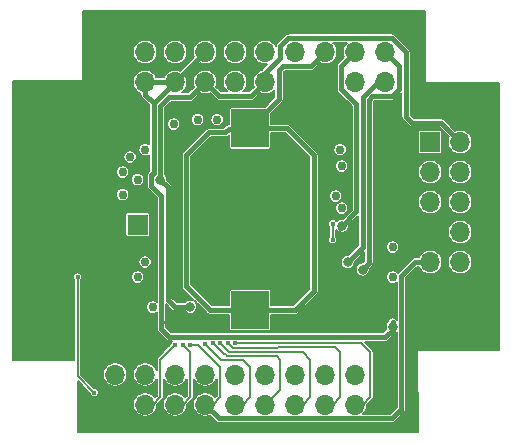
<source format=gbl>
G04 #@! TF.GenerationSoftware,KiCad,Pcbnew,(5.1.6)-1*
G04 #@! TF.CreationDate,2021-08-27T22:14:51-07:00*
G04 #@! TF.ProjectId,scum3c-devboard,7363756d-3363-42d6-9465-76626f617264,rev?*
G04 #@! TF.SameCoordinates,Original*
G04 #@! TF.FileFunction,Copper,L2,Bot*
G04 #@! TF.FilePolarity,Positive*
%FSLAX46Y46*%
G04 Gerber Fmt 4.6, Leading zero omitted, Abs format (unit mm)*
G04 Created by KiCad (PCBNEW (5.1.6)-1) date 2021-08-27 22:14:51*
%MOMM*%
%LPD*%
G01*
G04 APERTURE LIST*
G04 #@! TA.AperFunction,SMDPad,CuDef*
%ADD10C,8.130000*%
G04 #@! TD*
G04 #@! TA.AperFunction,SMDPad,CuDef*
%ADD11R,3.200000X3.200000*%
G04 #@! TD*
G04 #@! TA.AperFunction,ComponentPad*
%ADD12O,1.700000X1.700000*%
G04 #@! TD*
G04 #@! TA.AperFunction,ComponentPad*
%ADD13R,1.700000X1.700000*%
G04 #@! TD*
G04 #@! TA.AperFunction,ComponentPad*
%ADD14C,0.762000*%
G04 #@! TD*
G04 #@! TA.AperFunction,ComponentPad*
%ADD15C,0.568750*%
G04 #@! TD*
G04 #@! TA.AperFunction,ViaPad*
%ADD16C,0.406400*%
G04 #@! TD*
G04 #@! TA.AperFunction,ViaPad*
%ADD17C,0.812800*%
G04 #@! TD*
G04 #@! TA.AperFunction,Conductor*
%ADD18C,0.203200*%
G04 #@! TD*
G04 #@! TA.AperFunction,Conductor*
%ADD19C,0.406400*%
G04 #@! TD*
G04 #@! TA.AperFunction,Conductor*
%ADD20C,0.127000*%
G04 #@! TD*
G04 APERTURE END LIST*
D10*
G04 #@! TO.P,BT1,2*
G04 #@! TO.N,GND*
X126365000Y-90355000D03*
D11*
G04 #@! TO.P,BT1,3*
G04 #@! TO.N,+EXT_BAT*
X126365000Y-82660000D03*
G04 #@! TO.P,BT1,1*
X126365000Y-98050000D03*
G04 #@! TD*
D12*
G04 #@! TO.P,J1,20*
G04 #@! TO.N,/SENSOR_LDO_OUTPUT*
X137795000Y-76200000D03*
G04 #@! TO.P,J1,19*
G04 #@! TO.N,/SENSOR_EXT_IN*
X137795000Y-78740000D03*
G04 #@! TO.P,J1,18*
G04 #@! TO.N,/BOOT_SOURCE_SEL*
X135255000Y-76200000D03*
G04 #@! TO.P,J1,17*
G04 #@! TO.N,+VDDD*
X135255000Y-78740000D03*
G04 #@! TO.P,J1,16*
G04 #@! TO.N,+EXT_BAT*
X132715000Y-76200000D03*
G04 #@! TO.P,J1,15*
G04 #@! TO.N,GND*
X132715000Y-78740000D03*
G04 #@! TO.P,J1,14*
G04 #@! TO.N,+1.8V_REG*
X130175000Y-76200000D03*
G04 #@! TO.P,J1,13*
G04 #@! TO.N,GND*
X130175000Y-78740000D03*
G04 #@! TO.P,J1,12*
G04 #@! TO.N,+1.8V_REG*
X127635000Y-76200000D03*
G04 #@! TO.P,J1,11*
G04 #@! TO.N,+VBAT*
X127635000Y-78740000D03*
G04 #@! TO.P,J1,10*
G04 #@! TO.N,+1.1V_REG*
X125095000Y-76200000D03*
G04 #@! TO.P,J1,9*
G04 #@! TO.N,+VDDD*
X125095000Y-78740000D03*
G04 #@! TO.P,J1,8*
G04 #@! TO.N,+VDDIO*
X122555000Y-76200000D03*
G04 #@! TO.P,J1,7*
G04 #@! TO.N,+VBAT*
X122555000Y-78740000D03*
G04 #@! TO.P,J1,6*
G04 #@! TO.N,/IMU_VDDIO*
X120015000Y-76200000D03*
G04 #@! TO.P,J1,5*
G04 #@! TO.N,+VDDIO*
X120015000Y-78740000D03*
G04 #@! TO.P,J1,4*
G04 #@! TO.N,/IMU_VDD*
X117475000Y-76200000D03*
G04 #@! TO.P,J1,3*
G04 #@! TO.N,+VDDIO*
X117475000Y-78740000D03*
G04 #@! TO.P,J1,2*
G04 #@! TO.N,GND*
X114935000Y-76200000D03*
D13*
G04 #@! TO.P,J1,1*
X114935000Y-78740000D03*
G04 #@! TD*
D12*
G04 #@! TO.P,J3,10*
G04 #@! TO.N,/3WB_DATA*
X144145000Y-93980000D03*
G04 #@! TO.P,J3,9*
G04 #@! TO.N,/GPIO2*
X141605000Y-93980000D03*
G04 #@! TO.P,J3,8*
G04 #@! TO.N,/3WB_ENB*
X144145000Y-91440000D03*
G04 #@! TO.P,J3,7*
G04 #@! TO.N,GND*
X141605000Y-91440000D03*
G04 #@! TO.P,J3,6*
G04 #@! TO.N,/3WB_CLK*
X144145000Y-88900000D03*
G04 #@! TO.P,J3,5*
G04 #@! TO.N,/RsRx*
X141605000Y-88900000D03*
G04 #@! TO.P,J3,4*
G04 #@! TO.N,/HARD_RESET*
X144145000Y-86360000D03*
G04 #@! TO.P,J3,3*
G04 #@! TO.N,/RsTx*
X141605000Y-86360000D03*
G04 #@! TO.P,J3,2*
G04 #@! TO.N,+VBAT*
X144145000Y-83820000D03*
D13*
G04 #@! TO.P,J3,1*
G04 #@! TO.N,+NRF_VDDD*
X141605000Y-83820000D03*
G04 #@! TD*
D14*
G04 #@! TO.P,J21,1*
G04 #@! TO.N,Net-(J21-Pad1)*
X138430000Y-92710000D03*
G04 #@! TD*
G04 #@! TO.P,J20,1*
G04 #@! TO.N,Net-(J20-Pad1)*
X133985000Y-84455000D03*
G04 #@! TD*
G04 #@! TO.P,J19,1*
G04 #@! TO.N,Net-(J19-Pad1)*
X123571000Y-81915000D03*
G04 #@! TD*
G04 #@! TO.P,J18,1*
G04 #@! TO.N,Net-(J18-Pad1)*
X121920000Y-81915000D03*
G04 #@! TD*
G04 #@! TO.P,J14,1*
G04 #@! TO.N,Net-(J14-Pad1)*
X119888000Y-82296000D03*
G04 #@! TD*
G04 #@! TO.P,J12,1*
G04 #@! TO.N,Net-(J12-Pad1)*
X116840000Y-95250000D03*
G04 #@! TD*
G04 #@! TO.P,J17,1*
G04 #@! TO.N,Net-(J17-Pad1)*
X138430000Y-95250000D03*
G04 #@! TD*
G04 #@! TO.P,J16,1*
G04 #@! TO.N,Net-(J16-Pad1)*
X134112000Y-89408000D03*
G04 #@! TD*
G04 #@! TO.P,J15,1*
G04 #@! TO.N,Net-(J15-Pad1)*
X133604000Y-88392000D03*
G04 #@! TD*
G04 #@! TO.P,J13,1*
G04 #@! TO.N,Net-(J13-Pad1)*
X118110000Y-97790000D03*
G04 #@! TD*
G04 #@! TO.P,J11,1*
G04 #@! TO.N,Net-(J11-Pad1)*
X117475000Y-93980000D03*
G04 #@! TD*
G04 #@! TO.P,J10,1*
G04 #@! TO.N,Net-(J10-Pad1)*
X115570000Y-88265000D03*
G04 #@! TD*
G04 #@! TO.P,J9,1*
G04 #@! TO.N,Net-(J9-Pad1)*
X116840000Y-86995000D03*
G04 #@! TD*
G04 #@! TO.P,J8,1*
G04 #@! TO.N,Net-(J8-Pad1)*
X115570000Y-86360000D03*
G04 #@! TD*
G04 #@! TO.P,J7,1*
G04 #@! TO.N,Net-(J7-Pad1)*
X116205000Y-85090000D03*
G04 #@! TD*
G04 #@! TO.P,J6,1*
G04 #@! TO.N,Net-(J6-Pad1)*
X117475000Y-84455000D03*
G04 #@! TD*
G04 #@! TO.P,J5,1*
G04 #@! TO.N,Net-(J5-Pad1)*
X134112000Y-85852000D03*
G04 #@! TD*
G04 #@! TO.P,GND6,1*
G04 #@! TO.N,GND*
X144272000Y-80010000D03*
G04 #@! TD*
G04 #@! TO.P,GND5,1*
G04 #@! TO.N,GND*
X136525000Y-95885000D03*
G04 #@! TD*
G04 #@! TO.P,GND4,1*
G04 #@! TO.N,GND*
X134239000Y-82169000D03*
G04 #@! TD*
G04 #@! TO.P,GND3,1*
G04 #@! TO.N,GND*
X115189000Y-82169000D03*
G04 #@! TD*
G04 #@! TO.P,GND2,1*
G04 #@! TO.N,GND*
X138430000Y-87630000D03*
G04 #@! TD*
G04 #@! TO.P,GND1,1*
G04 #@! TO.N,GND*
X116205000Y-97917000D03*
G04 #@! TD*
D13*
G04 #@! TO.P,J4,1*
G04 #@! TO.N,/ANTENNA*
X116840000Y-90805000D03*
G04 #@! TD*
D12*
G04 #@! TO.P,J2,20*
G04 #@! TO.N,GND*
X137795000Y-103505000D03*
G04 #@! TO.P,J2,19*
X137795000Y-106045000D03*
G04 #@! TO.P,J2,18*
G04 #@! TO.N,/GPIO15*
X135255000Y-103505000D03*
G04 #@! TO.P,J2,17*
G04 #@! TO.N,/GPIO7*
X135255000Y-106045000D03*
G04 #@! TO.P,J2,16*
G04 #@! TO.N,/GPIO14*
X132715000Y-103505000D03*
G04 #@! TO.P,J2,15*
G04 #@! TO.N,/GPIO6*
X132715000Y-106045000D03*
G04 #@! TO.P,J2,14*
G04 #@! TO.N,/GPIO13*
X130175000Y-103505000D03*
G04 #@! TO.P,J2,13*
G04 #@! TO.N,/GPIO5*
X130175000Y-106045000D03*
G04 #@! TO.P,J2,12*
G04 #@! TO.N,/GPIO12*
X127635000Y-103505000D03*
G04 #@! TO.P,J2,11*
G04 #@! TO.N,/GPIO4*
X127635000Y-106045000D03*
G04 #@! TO.P,J2,10*
G04 #@! TO.N,/GPIO11*
X125095000Y-103505000D03*
G04 #@! TO.P,J2,9*
G04 #@! TO.N,/GPIO3*
X125095000Y-106045000D03*
G04 #@! TO.P,J2,8*
G04 #@! TO.N,/GPIO10*
X122555000Y-103505000D03*
G04 #@! TO.P,J2,7*
G04 #@! TO.N,/GPIO2*
X122555000Y-106045000D03*
G04 #@! TO.P,J2,6*
G04 #@! TO.N,/GPIO9*
X120015000Y-103505000D03*
G04 #@! TO.P,J2,5*
G04 #@! TO.N,/GPIO1*
X120015000Y-106045000D03*
G04 #@! TO.P,J2,4*
G04 #@! TO.N,/GPIO8*
X117475000Y-103505000D03*
G04 #@! TO.P,J2,3*
G04 #@! TO.N,/GPIO0*
X117475000Y-106045000D03*
G04 #@! TO.P,J2,2*
G04 #@! TO.N,/GPIO1*
X114935000Y-103505000D03*
D13*
G04 #@! TO.P,J2,1*
G04 #@! TO.N,GND*
X114935000Y-106045000D03*
G04 #@! TD*
D15*
G04 #@! TO.P,U1,101*
G04 #@! TO.N,GND*
X122383750Y-86373750D03*
X122383750Y-87511250D03*
X122383750Y-88648750D03*
X122383750Y-89786250D03*
X122383750Y-90923750D03*
X122383750Y-92061250D03*
X122383750Y-93198750D03*
X122383750Y-94336250D03*
X123521250Y-86373750D03*
X123521250Y-87511250D03*
X123521250Y-88648750D03*
X123521250Y-89786250D03*
X123521250Y-90923750D03*
X123521250Y-92061250D03*
X123521250Y-93198750D03*
X123521250Y-94336250D03*
X124658750Y-86373750D03*
X124658750Y-87511250D03*
X124658750Y-88648750D03*
X124658750Y-89786250D03*
X124658750Y-90923750D03*
X124658750Y-92061250D03*
X124658750Y-93198750D03*
X124658750Y-94336250D03*
X125796250Y-86373750D03*
X125796250Y-87511250D03*
X125796250Y-88648750D03*
X125796250Y-89786250D03*
X125796250Y-90923750D03*
X125796250Y-92061250D03*
X125796250Y-93198750D03*
X125796250Y-94336250D03*
X126933750Y-86373750D03*
X126933750Y-87511250D03*
X126933750Y-88648750D03*
X126933750Y-89786250D03*
X126933750Y-90923750D03*
X126933750Y-92061250D03*
X126933750Y-93198750D03*
X126933750Y-94336250D03*
X128071250Y-86373750D03*
X128071250Y-87511250D03*
X128071250Y-88648750D03*
X128071250Y-89786250D03*
X128071250Y-90923750D03*
X128071250Y-92061250D03*
X128071250Y-93198750D03*
X128071250Y-94336250D03*
X129208750Y-86373750D03*
X129208750Y-87511250D03*
X129208750Y-88648750D03*
X129208750Y-89786250D03*
X129208750Y-90923750D03*
X129208750Y-92061250D03*
X129208750Y-93198750D03*
X129208750Y-94336250D03*
X130346250Y-86373750D03*
X130346250Y-87511250D03*
X130346250Y-88648750D03*
X130346250Y-89786250D03*
X130346250Y-90923750D03*
X130346250Y-92061250D03*
X130346250Y-93198750D03*
X130346250Y-94336250D03*
G04 #@! TD*
D16*
G04 #@! TO.N,GND*
X119380000Y-100965000D03*
G04 #@! TO.N,+VBAT*
X133350000Y-92075000D03*
X133350000Y-90723200D03*
D17*
X118745000Y-86995000D03*
D16*
X119380000Y-91586800D03*
D17*
X121285000Y-97764601D03*
D16*
G04 #@! TO.N,+VDDIO*
X125533200Y-100330000D03*
D17*
X138430000Y-99441000D03*
D16*
G04 #@! TO.N,/GPIO7*
X125095000Y-100837990D03*
G04 #@! TO.N,/GPIO5*
X123825000Y-100837990D03*
G04 #@! TO.N,/GPIO3*
X122514778Y-100893680D03*
G04 #@! TO.N,/GPIO1*
X120650000Y-100965000D03*
G04 #@! TO.N,/GPIO6*
X124460000Y-100837990D03*
G04 #@! TO.N,/GPIO4*
X123190000Y-100837990D03*
G04 #@! TO.N,/GPIO2*
X121285000Y-100965000D03*
G04 #@! TO.N,/GPIO0*
X120015000Y-100965000D03*
D17*
G04 #@! TO.N,/SENSOR_LDO_OUTPUT*
X135890000Y-94615000D03*
G04 #@! TO.N,/SENSOR_EXT_IN*
X134620000Y-93980000D03*
G04 #@! TO.N,/BOOT_SOURCE_SEL*
X134158140Y-90894886D03*
D16*
G04 #@! TO.N,/GPIO13*
X111760000Y-95250000D03*
X113157000Y-105029000D03*
G04 #@! TD*
D18*
G04 #@! TO.N,+VBAT*
X133350000Y-92075000D02*
X133350000Y-90723200D01*
D19*
X118745000Y-86995000D02*
X119380000Y-87630000D01*
X119380000Y-87630000D02*
X119380000Y-91586800D01*
X121285000Y-97764601D02*
X119989601Y-97764601D01*
X119989601Y-97764601D02*
X119380000Y-97155000D01*
X119380000Y-97155000D02*
X119380000Y-92075000D01*
X119380000Y-92075000D02*
X119380000Y-91586800D01*
X126454799Y-79920201D02*
X123735201Y-79920201D01*
X123735201Y-79920201D02*
X122555000Y-78740000D01*
X127635000Y-78740000D02*
X126454799Y-79920201D01*
X138361497Y-75019799D02*
X139573000Y-76231302D01*
X127635000Y-77946698D02*
X128905000Y-76676698D01*
X128905000Y-76676698D02*
X128905000Y-75723302D01*
X128905000Y-75723302D02*
X129608503Y-75019799D01*
X127635000Y-78740000D02*
X127635000Y-77946698D01*
X129608503Y-75019799D02*
X138361497Y-75019799D01*
X139573000Y-76231302D02*
X139573000Y-81661000D01*
X139573000Y-81661000D02*
X140081000Y-82169000D01*
X142494000Y-82169000D02*
X144145000Y-83820000D01*
X140081000Y-82169000D02*
X142494000Y-82169000D01*
X122555000Y-78740000D02*
X121285000Y-80010000D01*
X121285000Y-80010000D02*
X119499354Y-80010000D01*
X118745000Y-80764354D02*
X118745000Y-83820000D01*
X119499354Y-80010000D02*
X118745000Y-80764354D01*
X118745000Y-83820000D02*
X118745000Y-86995000D01*
G04 #@! TO.N,+VDDIO*
X125533200Y-100330000D02*
X137795000Y-100330000D01*
X137795000Y-100330000D02*
X138430000Y-99695000D01*
X138430000Y-99695000D02*
X138430000Y-99060000D01*
X118211590Y-80543410D02*
X118211590Y-86438240D01*
X118846590Y-88366590D02*
X118846590Y-99034590D01*
X118211590Y-86438240D02*
X118008399Y-86641431D01*
X118008399Y-87528399D02*
X118846590Y-88366590D01*
X120015000Y-78740000D02*
X118211590Y-80543410D01*
X118008399Y-86641431D02*
X118008399Y-87528399D01*
X118846590Y-99034590D02*
X118872000Y-99060000D01*
X125533200Y-100330000D02*
X125507789Y-100304589D01*
X125507789Y-100304589D02*
X119507010Y-100304589D01*
X118846590Y-99644169D02*
X118846590Y-99034590D01*
X119507010Y-100304589D02*
X118846590Y-99644169D01*
X120015000Y-78740000D02*
X117475000Y-78740000D01*
X117475000Y-79806820D02*
X118211590Y-80543410D01*
X117475000Y-78740000D02*
X117475000Y-79806820D01*
X122555000Y-76200000D02*
X120015000Y-78740000D01*
D18*
G04 #@! TO.N,/GPIO7*
X135255000Y-106045000D02*
X135890000Y-106045000D01*
X135890000Y-106045000D02*
X136525000Y-105410000D01*
X136525000Y-105410000D02*
X136525000Y-101600000D01*
X136525000Y-101600000D02*
X135762990Y-100837990D01*
X125095000Y-100837990D02*
X135762990Y-100837990D01*
G04 #@! TO.N,/GPIO5*
X123825000Y-100837990D02*
X124587010Y-101600000D01*
X124587010Y-101600000D02*
X130810000Y-101600000D01*
X130810000Y-101600000D02*
X131445000Y-102235000D01*
X131445000Y-102235000D02*
X131445000Y-105410000D01*
X130810000Y-106045000D02*
X130175000Y-106045000D01*
X131445000Y-105410000D02*
X130810000Y-106045000D01*
G04 #@! TO.N,/GPIO3*
X122514778Y-100893680D02*
X123881518Y-102260420D01*
X123881518Y-102260420D02*
X125755420Y-102260420D01*
X125755420Y-102260420D02*
X126365000Y-102870000D01*
X126365000Y-102870000D02*
X126365000Y-105410000D01*
X125730000Y-106045000D02*
X125095000Y-106045000D01*
X126365000Y-105410000D02*
X125730000Y-106045000D01*
G04 #@! TO.N,/GPIO1*
X120650000Y-100965000D02*
X121285000Y-101600000D01*
X121285000Y-101600000D02*
X121285000Y-105410000D01*
X121285000Y-105410000D02*
X120650000Y-106045000D01*
X120650000Y-106045000D02*
X120015000Y-106045000D01*
G04 #@! TO.N,/GPIO6*
X128600209Y-101269791D02*
X128701800Y-101168200D01*
X124460000Y-100837990D02*
X124891801Y-101269791D01*
X124891801Y-101269791D02*
X128600209Y-101269791D01*
X128701800Y-101168200D02*
X133553200Y-101168200D01*
X133553200Y-101168200D02*
X133985000Y-101600000D01*
X133985000Y-101600000D02*
X133985000Y-105410000D01*
X132715000Y-106045000D02*
X133350000Y-106045000D01*
X133350000Y-106045000D02*
X133985000Y-105410000D01*
G04 #@! TO.N,/GPIO4*
X123190000Y-100837990D02*
X124121998Y-101769988D01*
X127635000Y-106045000D02*
X128905000Y-104775000D01*
X128905000Y-104775000D02*
X128905000Y-102235000D01*
X128905000Y-102235000D02*
X128600210Y-101930210D01*
X124290011Y-101769988D02*
X124121998Y-101769988D01*
X124450233Y-101930210D02*
X124290011Y-101769988D01*
X128600210Y-101930210D02*
X124450233Y-101930210D01*
G04 #@! TO.N,/GPIO2*
X123825000Y-102870000D02*
X121920000Y-100965000D01*
X123825000Y-105410000D02*
X123825000Y-102870000D01*
X122555000Y-106045000D02*
X123190000Y-106045000D01*
X121920000Y-100965000D02*
X121285000Y-100965000D01*
X123190000Y-106045000D02*
X123825000Y-105410000D01*
D19*
X139166601Y-106420097D02*
X139166601Y-95351601D01*
X138361497Y-107225201D02*
X139166601Y-106420097D01*
X122555000Y-106045000D02*
X123735201Y-107225201D01*
X139166601Y-95351601D02*
X139141201Y-95326201D01*
X123735201Y-107225201D02*
X138361497Y-107225201D01*
X139141201Y-95326201D02*
X139141201Y-95173799D01*
X140335000Y-93980000D02*
X141605000Y-93980000D01*
X139141201Y-95173799D02*
X140335000Y-93980000D01*
D18*
G04 #@! TO.N,/GPIO0*
X120015000Y-100965000D02*
X118745000Y-102235000D01*
X118745000Y-102235000D02*
X118745000Y-105410000D01*
X118745000Y-105410000D02*
X118110000Y-106045000D01*
X118110000Y-106045000D02*
X117475000Y-106045000D01*
D19*
G04 #@! TO.N,/SENSOR_LDO_OUTPUT*
X138975201Y-77380201D02*
X137795000Y-76200000D01*
X138975201Y-79306497D02*
X138975201Y-77380201D01*
X136423410Y-94081590D02*
X136423410Y-80230944D01*
X135890000Y-94615000D02*
X136423410Y-94081590D01*
X136723505Y-79930849D02*
X138350849Y-79930849D01*
X136423410Y-80230944D02*
X136723505Y-79930849D01*
X138350849Y-79930849D02*
X138975201Y-79306497D01*
G04 #@! TO.N,/SENSOR_EXT_IN*
X137795000Y-78740000D02*
X137160000Y-78740000D01*
X135890000Y-80010000D02*
X135890000Y-92710000D01*
X137160000Y-78740000D02*
X135890000Y-80010000D01*
X134620000Y-93980000D02*
X135890000Y-92710000D01*
G04 #@! TO.N,/BOOT_SOURCE_SEL*
X133985000Y-91068026D02*
X134158140Y-90894886D01*
X135255000Y-76200000D02*
X134074799Y-77380201D01*
X134074799Y-79337799D02*
X135356590Y-80619590D01*
X134074799Y-77380201D02*
X134074799Y-79337799D01*
X135356590Y-89696436D02*
X134158140Y-90894886D01*
X135356590Y-80619590D02*
X135356590Y-89696436D01*
D18*
G04 #@! TO.N,/GPIO13*
X111760000Y-103632000D02*
X111760000Y-103124000D01*
X113157000Y-105029000D02*
X111760000Y-103632000D01*
X111760000Y-95250000D02*
X111760000Y-103124000D01*
D19*
G04 #@! TO.N,+EXT_BAT*
X129481990Y-82660000D02*
X126365000Y-82660000D01*
X131775210Y-96441758D02*
X131775210Y-84953220D01*
X130166968Y-98050000D02*
X131775210Y-96441758D01*
X131775210Y-84953220D02*
X129481990Y-82660000D01*
X126365000Y-98050000D02*
X130166968Y-98050000D01*
X126348000Y-82677000D02*
X126365000Y-82660000D01*
X124257377Y-83007201D02*
X124587578Y-82677000D01*
X122983010Y-98050000D02*
X120954790Y-96021780D01*
X126365000Y-98050000D02*
X122983010Y-98050000D01*
X124587578Y-82677000D02*
X126348000Y-82677000D01*
X120954790Y-84953220D02*
X122900809Y-83007201D01*
X120954790Y-96021780D02*
X120954790Y-84953220D01*
X122900809Y-83007201D02*
X124257377Y-83007201D01*
X128815201Y-80209799D02*
X128815201Y-77686799D01*
X126365000Y-82660000D02*
X128815201Y-80209799D01*
X131534799Y-77380201D02*
X132715000Y-76200000D01*
X129121799Y-77380201D02*
X131534799Y-77380201D01*
X128815201Y-77686799D02*
X129121799Y-77380201D01*
G04 #@! TD*
D20*
G04 #@! TO.N,GND*
G36*
X141182214Y-78740178D02*
G01*
X141183434Y-78752388D01*
X141187048Y-78764300D01*
X141192916Y-78775279D01*
X141200813Y-78784901D01*
X141210435Y-78792798D01*
X141221414Y-78798666D01*
X141233326Y-78802280D01*
X141245714Y-78803500D01*
X147459700Y-78803500D01*
X147459701Y-101409500D01*
X140589000Y-101409500D01*
X140576437Y-101410755D01*
X140564535Y-101414402D01*
X140553573Y-101420301D01*
X140543973Y-101428225D01*
X140536103Y-101437869D01*
X140530266Y-101448864D01*
X140526686Y-101460786D01*
X140525500Y-101473178D01*
X140544757Y-108343700D01*
X111791933Y-108343700D01*
X111791932Y-104077023D01*
X112763300Y-105048391D01*
X112763300Y-105067776D01*
X112778430Y-105143838D01*
X112808108Y-105215487D01*
X112851193Y-105279969D01*
X112906031Y-105334807D01*
X112970513Y-105377892D01*
X113042162Y-105407570D01*
X113118224Y-105422700D01*
X113195776Y-105422700D01*
X113271838Y-105407570D01*
X113343487Y-105377892D01*
X113407969Y-105334807D01*
X113462807Y-105279969D01*
X113505892Y-105215487D01*
X113535570Y-105143838D01*
X113550700Y-105067776D01*
X113550700Y-104990224D01*
X113535570Y-104914162D01*
X113505892Y-104842513D01*
X113462807Y-104778031D01*
X113407969Y-104723193D01*
X113343487Y-104680108D01*
X113271838Y-104650430D01*
X113195776Y-104635300D01*
X113176391Y-104635300D01*
X112052100Y-103511009D01*
X112052100Y-103402520D01*
X113894500Y-103402520D01*
X113894500Y-103607480D01*
X113934485Y-103808503D01*
X114012920Y-103997862D01*
X114126791Y-104168280D01*
X114271720Y-104313209D01*
X114442138Y-104427080D01*
X114631497Y-104505515D01*
X114832520Y-104545500D01*
X115037480Y-104545500D01*
X115238503Y-104505515D01*
X115427862Y-104427080D01*
X115598280Y-104313209D01*
X115743209Y-104168280D01*
X115857080Y-103997862D01*
X115935515Y-103808503D01*
X115975500Y-103607480D01*
X115975500Y-103402520D01*
X115935515Y-103201497D01*
X115857080Y-103012138D01*
X115743209Y-102841720D01*
X115598280Y-102696791D01*
X115427862Y-102582920D01*
X115238503Y-102504485D01*
X115037480Y-102464500D01*
X114832520Y-102464500D01*
X114631497Y-102504485D01*
X114442138Y-102582920D01*
X114271720Y-102696791D01*
X114126791Y-102841720D01*
X114012920Y-103012138D01*
X113934485Y-103201497D01*
X113894500Y-103402520D01*
X112052100Y-103402520D01*
X112052100Y-95514676D01*
X112065807Y-95500969D01*
X112108892Y-95436487D01*
X112138570Y-95364838D01*
X112153700Y-95288776D01*
X112153700Y-95211224D01*
X112150217Y-95193712D01*
X116268500Y-95193712D01*
X116268500Y-95306288D01*
X116290463Y-95416700D01*
X116333543Y-95520707D01*
X116396087Y-95614310D01*
X116475690Y-95693913D01*
X116569293Y-95756457D01*
X116673300Y-95799537D01*
X116783712Y-95821500D01*
X116896288Y-95821500D01*
X117006700Y-95799537D01*
X117110707Y-95756457D01*
X117204310Y-95693913D01*
X117283913Y-95614310D01*
X117346457Y-95520707D01*
X117389537Y-95416700D01*
X117411500Y-95306288D01*
X117411500Y-95193712D01*
X117389537Y-95083300D01*
X117346457Y-94979293D01*
X117283913Y-94885690D01*
X117204310Y-94806087D01*
X117110707Y-94743543D01*
X117006700Y-94700463D01*
X116896288Y-94678500D01*
X116783712Y-94678500D01*
X116673300Y-94700463D01*
X116569293Y-94743543D01*
X116475690Y-94806087D01*
X116396087Y-94885690D01*
X116333543Y-94979293D01*
X116290463Y-95083300D01*
X116268500Y-95193712D01*
X112150217Y-95193712D01*
X112138570Y-95135162D01*
X112108892Y-95063513D01*
X112065807Y-94999031D01*
X112010969Y-94944193D01*
X111946487Y-94901108D01*
X111874838Y-94871430D01*
X111798776Y-94856300D01*
X111721224Y-94856300D01*
X111645162Y-94871430D01*
X111573513Y-94901108D01*
X111509031Y-94944193D01*
X111454193Y-94999031D01*
X111411108Y-95063513D01*
X111381430Y-95135162D01*
X111366300Y-95211224D01*
X111366300Y-95288776D01*
X111381430Y-95364838D01*
X111411108Y-95436487D01*
X111454193Y-95500969D01*
X111467900Y-95514676D01*
X111467901Y-102298500D01*
X106286300Y-102298500D01*
X106286300Y-93923712D01*
X116903500Y-93923712D01*
X116903500Y-94036288D01*
X116925463Y-94146700D01*
X116968543Y-94250707D01*
X117031087Y-94344310D01*
X117110690Y-94423913D01*
X117204293Y-94486457D01*
X117308300Y-94529537D01*
X117418712Y-94551500D01*
X117531288Y-94551500D01*
X117641700Y-94529537D01*
X117745707Y-94486457D01*
X117839310Y-94423913D01*
X117918913Y-94344310D01*
X117981457Y-94250707D01*
X118024537Y-94146700D01*
X118046500Y-94036288D01*
X118046500Y-93923712D01*
X118024537Y-93813300D01*
X117981457Y-93709293D01*
X117918913Y-93615690D01*
X117839310Y-93536087D01*
X117745707Y-93473543D01*
X117641700Y-93430463D01*
X117531288Y-93408500D01*
X117418712Y-93408500D01*
X117308300Y-93430463D01*
X117204293Y-93473543D01*
X117110690Y-93536087D01*
X117031087Y-93615690D01*
X116968543Y-93709293D01*
X116925463Y-93813300D01*
X116903500Y-93923712D01*
X106286300Y-93923712D01*
X106286300Y-89955000D01*
X115798579Y-89955000D01*
X115798579Y-91655000D01*
X115802257Y-91692344D01*
X115813150Y-91728254D01*
X115830839Y-91761348D01*
X115854645Y-91790355D01*
X115883652Y-91814161D01*
X115916746Y-91831850D01*
X115952656Y-91842743D01*
X115990000Y-91846421D01*
X117690000Y-91846421D01*
X117727344Y-91842743D01*
X117763254Y-91831850D01*
X117796348Y-91814161D01*
X117825355Y-91790355D01*
X117849161Y-91761348D01*
X117866850Y-91728254D01*
X117877743Y-91692344D01*
X117881421Y-91655000D01*
X117881421Y-89955000D01*
X117877743Y-89917656D01*
X117866850Y-89881746D01*
X117849161Y-89848652D01*
X117825355Y-89819645D01*
X117796348Y-89795839D01*
X117763254Y-89778150D01*
X117727344Y-89767257D01*
X117690000Y-89763579D01*
X115990000Y-89763579D01*
X115952656Y-89767257D01*
X115916746Y-89778150D01*
X115883652Y-89795839D01*
X115854645Y-89819645D01*
X115830839Y-89848652D01*
X115813150Y-89881746D01*
X115802257Y-89917656D01*
X115798579Y-89955000D01*
X106286300Y-89955000D01*
X106286300Y-88208712D01*
X114998500Y-88208712D01*
X114998500Y-88321288D01*
X115020463Y-88431700D01*
X115063543Y-88535707D01*
X115126087Y-88629310D01*
X115205690Y-88708913D01*
X115299293Y-88771457D01*
X115403300Y-88814537D01*
X115513712Y-88836500D01*
X115626288Y-88836500D01*
X115736700Y-88814537D01*
X115840707Y-88771457D01*
X115934310Y-88708913D01*
X116013913Y-88629310D01*
X116076457Y-88535707D01*
X116119537Y-88431700D01*
X116141500Y-88321288D01*
X116141500Y-88208712D01*
X116119537Y-88098300D01*
X116076457Y-87994293D01*
X116013913Y-87900690D01*
X115934310Y-87821087D01*
X115840707Y-87758543D01*
X115736700Y-87715463D01*
X115626288Y-87693500D01*
X115513712Y-87693500D01*
X115403300Y-87715463D01*
X115299293Y-87758543D01*
X115205690Y-87821087D01*
X115126087Y-87900690D01*
X115063543Y-87994293D01*
X115020463Y-88098300D01*
X114998500Y-88208712D01*
X106286300Y-88208712D01*
X106286300Y-86938712D01*
X116268500Y-86938712D01*
X116268500Y-87051288D01*
X116290463Y-87161700D01*
X116333543Y-87265707D01*
X116396087Y-87359310D01*
X116475690Y-87438913D01*
X116569293Y-87501457D01*
X116673300Y-87544537D01*
X116783712Y-87566500D01*
X116896288Y-87566500D01*
X117006700Y-87544537D01*
X117110707Y-87501457D01*
X117204310Y-87438913D01*
X117283913Y-87359310D01*
X117346457Y-87265707D01*
X117389537Y-87161700D01*
X117411500Y-87051288D01*
X117411500Y-86938712D01*
X117389537Y-86828300D01*
X117346457Y-86724293D01*
X117283913Y-86630690D01*
X117204310Y-86551087D01*
X117110707Y-86488543D01*
X117006700Y-86445463D01*
X116896288Y-86423500D01*
X116783712Y-86423500D01*
X116673300Y-86445463D01*
X116569293Y-86488543D01*
X116475690Y-86551087D01*
X116396087Y-86630690D01*
X116333543Y-86724293D01*
X116290463Y-86828300D01*
X116268500Y-86938712D01*
X106286300Y-86938712D01*
X106286300Y-86303712D01*
X114998500Y-86303712D01*
X114998500Y-86416288D01*
X115020463Y-86526700D01*
X115063543Y-86630707D01*
X115126087Y-86724310D01*
X115205690Y-86803913D01*
X115299293Y-86866457D01*
X115403300Y-86909537D01*
X115513712Y-86931500D01*
X115626288Y-86931500D01*
X115736700Y-86909537D01*
X115840707Y-86866457D01*
X115934310Y-86803913D01*
X116013913Y-86724310D01*
X116076457Y-86630707D01*
X116119537Y-86526700D01*
X116141500Y-86416288D01*
X116141500Y-86303712D01*
X116119537Y-86193300D01*
X116076457Y-86089293D01*
X116013913Y-85995690D01*
X115934310Y-85916087D01*
X115840707Y-85853543D01*
X115736700Y-85810463D01*
X115626288Y-85788500D01*
X115513712Y-85788500D01*
X115403300Y-85810463D01*
X115299293Y-85853543D01*
X115205690Y-85916087D01*
X115126087Y-85995690D01*
X115063543Y-86089293D01*
X115020463Y-86193300D01*
X114998500Y-86303712D01*
X106286300Y-86303712D01*
X106286300Y-85033712D01*
X115633500Y-85033712D01*
X115633500Y-85146288D01*
X115655463Y-85256700D01*
X115698543Y-85360707D01*
X115761087Y-85454310D01*
X115840690Y-85533913D01*
X115934293Y-85596457D01*
X116038300Y-85639537D01*
X116148712Y-85661500D01*
X116261288Y-85661500D01*
X116371700Y-85639537D01*
X116475707Y-85596457D01*
X116569310Y-85533913D01*
X116648913Y-85454310D01*
X116711457Y-85360707D01*
X116754537Y-85256700D01*
X116776500Y-85146288D01*
X116776500Y-85033712D01*
X116754537Y-84923300D01*
X116711457Y-84819293D01*
X116648913Y-84725690D01*
X116569310Y-84646087D01*
X116475707Y-84583543D01*
X116371700Y-84540463D01*
X116261288Y-84518500D01*
X116148712Y-84518500D01*
X116038300Y-84540463D01*
X115934293Y-84583543D01*
X115840690Y-84646087D01*
X115761087Y-84725690D01*
X115698543Y-84819293D01*
X115655463Y-84923300D01*
X115633500Y-85033712D01*
X106286300Y-85033712D01*
X106286300Y-78676500D01*
X112141001Y-78676500D01*
X112153389Y-78675280D01*
X112165301Y-78671666D01*
X112176280Y-78665798D01*
X112185902Y-78657901D01*
X112193799Y-78648279D01*
X112199549Y-78637520D01*
X116434500Y-78637520D01*
X116434500Y-78842480D01*
X116474485Y-79043503D01*
X116552920Y-79232862D01*
X116666791Y-79403280D01*
X116811720Y-79548209D01*
X116982138Y-79662080D01*
X117081301Y-79703155D01*
X117081301Y-79787488D01*
X117079397Y-79806820D01*
X117081301Y-79826153D01*
X117086690Y-79880866D01*
X117086998Y-79883998D01*
X117109510Y-79958210D01*
X117146067Y-80026605D01*
X117182942Y-80071537D01*
X117182946Y-80071541D01*
X117195267Y-80086554D01*
X117210280Y-80098875D01*
X117817890Y-80706486D01*
X117817891Y-83996775D01*
X117745707Y-83948543D01*
X117641700Y-83905463D01*
X117531288Y-83883500D01*
X117418712Y-83883500D01*
X117308300Y-83905463D01*
X117204293Y-83948543D01*
X117110690Y-84011087D01*
X117031087Y-84090690D01*
X116968543Y-84184293D01*
X116925463Y-84288300D01*
X116903500Y-84398712D01*
X116903500Y-84511288D01*
X116925463Y-84621700D01*
X116968543Y-84725707D01*
X117031087Y-84819310D01*
X117110690Y-84898913D01*
X117204293Y-84961457D01*
X117308300Y-85004537D01*
X117418712Y-85026500D01*
X117531288Y-85026500D01*
X117641700Y-85004537D01*
X117745707Y-84961457D01*
X117817891Y-84913225D01*
X117817891Y-86275164D01*
X117743684Y-86349371D01*
X117728665Y-86361697D01*
X117679466Y-86421646D01*
X117642909Y-86490041D01*
X117620396Y-86564253D01*
X117614699Y-86622099D01*
X117614699Y-86622109D01*
X117612796Y-86641431D01*
X117614699Y-86660754D01*
X117614700Y-87509067D01*
X117612796Y-87528399D01*
X117620397Y-87605577D01*
X117642909Y-87679789D01*
X117679466Y-87748184D01*
X117716341Y-87793116D01*
X117716345Y-87793120D01*
X117728666Y-87808133D01*
X117743679Y-87820454D01*
X118452890Y-88529666D01*
X118452891Y-97331775D01*
X118380707Y-97283543D01*
X118276700Y-97240463D01*
X118166288Y-97218500D01*
X118053712Y-97218500D01*
X117943300Y-97240463D01*
X117839293Y-97283543D01*
X117745690Y-97346087D01*
X117666087Y-97425690D01*
X117603543Y-97519293D01*
X117560463Y-97623300D01*
X117538500Y-97733712D01*
X117538500Y-97846288D01*
X117560463Y-97956700D01*
X117603543Y-98060707D01*
X117666087Y-98154310D01*
X117745690Y-98233913D01*
X117839293Y-98296457D01*
X117943300Y-98339537D01*
X118053712Y-98361500D01*
X118166288Y-98361500D01*
X118276700Y-98339537D01*
X118380707Y-98296457D01*
X118452891Y-98248225D01*
X118452891Y-99015257D01*
X118450987Y-99034590D01*
X118452891Y-99053922D01*
X118452890Y-99624846D01*
X118450987Y-99644169D01*
X118452890Y-99663491D01*
X118452890Y-99663501D01*
X118458587Y-99721347D01*
X118481100Y-99795559D01*
X118517657Y-99863954D01*
X118566856Y-99923903D01*
X118581875Y-99936229D01*
X119214954Y-100569309D01*
X119227276Y-100584323D01*
X119242289Y-100596644D01*
X119242292Y-100596647D01*
X119266005Y-100616108D01*
X119287224Y-100633522D01*
X119355619Y-100670079D01*
X119429831Y-100692592D01*
X119487677Y-100698289D01*
X119487687Y-100698289D01*
X119507010Y-100700192D01*
X119526332Y-100698289D01*
X119724935Y-100698289D01*
X119709193Y-100714031D01*
X119666108Y-100778513D01*
X119636430Y-100850162D01*
X119621300Y-100926224D01*
X119621300Y-100945609D01*
X118548602Y-102018307D01*
X118537455Y-102027455D01*
X118500953Y-102071934D01*
X118473829Y-102122678D01*
X118457127Y-102177739D01*
X118452900Y-102220655D01*
X118452900Y-102220662D01*
X118451488Y-102235000D01*
X118452900Y-102249338D01*
X118452900Y-103146900D01*
X118397080Y-103012138D01*
X118283209Y-102841720D01*
X118138280Y-102696791D01*
X117967862Y-102582920D01*
X117778503Y-102504485D01*
X117577480Y-102464500D01*
X117372520Y-102464500D01*
X117171497Y-102504485D01*
X116982138Y-102582920D01*
X116811720Y-102696791D01*
X116666791Y-102841720D01*
X116552920Y-103012138D01*
X116474485Y-103201497D01*
X116434500Y-103402520D01*
X116434500Y-103607480D01*
X116474485Y-103808503D01*
X116552920Y-103997862D01*
X116666791Y-104168280D01*
X116811720Y-104313209D01*
X116982138Y-104427080D01*
X117171497Y-104505515D01*
X117372520Y-104545500D01*
X117577480Y-104545500D01*
X117778503Y-104505515D01*
X117967862Y-104427080D01*
X118138280Y-104313209D01*
X118283209Y-104168280D01*
X118397080Y-103997862D01*
X118452901Y-103863100D01*
X118452901Y-105289007D01*
X118314043Y-105427866D01*
X118283209Y-105381720D01*
X118138280Y-105236791D01*
X117967862Y-105122920D01*
X117778503Y-105044485D01*
X117577480Y-105004500D01*
X117372520Y-105004500D01*
X117171497Y-105044485D01*
X116982138Y-105122920D01*
X116811720Y-105236791D01*
X116666791Y-105381720D01*
X116552920Y-105552138D01*
X116474485Y-105741497D01*
X116434500Y-105942520D01*
X116434500Y-106147480D01*
X116474485Y-106348503D01*
X116552920Y-106537862D01*
X116666791Y-106708280D01*
X116811720Y-106853209D01*
X116982138Y-106967080D01*
X117171497Y-107045515D01*
X117372520Y-107085500D01*
X117577480Y-107085500D01*
X117778503Y-107045515D01*
X117967862Y-106967080D01*
X118138280Y-106853209D01*
X118283209Y-106708280D01*
X118397080Y-106537862D01*
X118475515Y-106348503D01*
X118515500Y-106147480D01*
X118515500Y-106052591D01*
X118941403Y-105626689D01*
X118952545Y-105617545D01*
X118964113Y-105603450D01*
X118989047Y-105573067D01*
X119016171Y-105522323D01*
X119032873Y-105467262D01*
X119038513Y-105410000D01*
X119037100Y-105395654D01*
X119037100Y-103863100D01*
X119092920Y-103997862D01*
X119206791Y-104168280D01*
X119351720Y-104313209D01*
X119522138Y-104427080D01*
X119711497Y-104505515D01*
X119912520Y-104545500D01*
X120117480Y-104545500D01*
X120318503Y-104505515D01*
X120507862Y-104427080D01*
X120678280Y-104313209D01*
X120823209Y-104168280D01*
X120937080Y-103997862D01*
X120992901Y-103863100D01*
X120992901Y-105289007D01*
X120854043Y-105427866D01*
X120823209Y-105381720D01*
X120678280Y-105236791D01*
X120507862Y-105122920D01*
X120318503Y-105044485D01*
X120117480Y-105004500D01*
X119912520Y-105004500D01*
X119711497Y-105044485D01*
X119522138Y-105122920D01*
X119351720Y-105236791D01*
X119206791Y-105381720D01*
X119092920Y-105552138D01*
X119014485Y-105741497D01*
X118974500Y-105942520D01*
X118974500Y-106147480D01*
X119014485Y-106348503D01*
X119092920Y-106537862D01*
X119206791Y-106708280D01*
X119351720Y-106853209D01*
X119522138Y-106967080D01*
X119711497Y-107045515D01*
X119912520Y-107085500D01*
X120117480Y-107085500D01*
X120318503Y-107045515D01*
X120507862Y-106967080D01*
X120678280Y-106853209D01*
X120823209Y-106708280D01*
X120937080Y-106537862D01*
X121015515Y-106348503D01*
X121055500Y-106147480D01*
X121055500Y-106052591D01*
X121481403Y-105626689D01*
X121492545Y-105617545D01*
X121504113Y-105603450D01*
X121529047Y-105573067D01*
X121556171Y-105522323D01*
X121572873Y-105467262D01*
X121578513Y-105410000D01*
X121577100Y-105395654D01*
X121577100Y-103863100D01*
X121632920Y-103997862D01*
X121746791Y-104168280D01*
X121891720Y-104313209D01*
X122062138Y-104427080D01*
X122251497Y-104505515D01*
X122452520Y-104545500D01*
X122657480Y-104545500D01*
X122858503Y-104505515D01*
X123047862Y-104427080D01*
X123218280Y-104313209D01*
X123363209Y-104168280D01*
X123477080Y-103997862D01*
X123532901Y-103863100D01*
X123532900Y-105289008D01*
X123394043Y-105427866D01*
X123363209Y-105381720D01*
X123218280Y-105236791D01*
X123047862Y-105122920D01*
X122858503Y-105044485D01*
X122657480Y-105004500D01*
X122452520Y-105004500D01*
X122251497Y-105044485D01*
X122062138Y-105122920D01*
X121891720Y-105236791D01*
X121746791Y-105381720D01*
X121632920Y-105552138D01*
X121554485Y-105741497D01*
X121514500Y-105942520D01*
X121514500Y-106147480D01*
X121554485Y-106348503D01*
X121632920Y-106537862D01*
X121746791Y-106708280D01*
X121891720Y-106853209D01*
X122062138Y-106967080D01*
X122251497Y-107045515D01*
X122452520Y-107085500D01*
X122657480Y-107085500D01*
X122858503Y-107045515D01*
X122957665Y-107004441D01*
X123443145Y-107489921D01*
X123455467Y-107504935D01*
X123470480Y-107517256D01*
X123470483Y-107517259D01*
X123515415Y-107554134D01*
X123583810Y-107590691D01*
X123658022Y-107613204D01*
X123715868Y-107618901D01*
X123715878Y-107618901D01*
X123735200Y-107620804D01*
X123754523Y-107618901D01*
X138342175Y-107618901D01*
X138361497Y-107620804D01*
X138380819Y-107618901D01*
X138380830Y-107618901D01*
X138438676Y-107613204D01*
X138512888Y-107590691D01*
X138581283Y-107554134D01*
X138641231Y-107504935D01*
X138653557Y-107489916D01*
X139431322Y-106712151D01*
X139446335Y-106699831D01*
X139495534Y-106639883D01*
X139532091Y-106571488D01*
X139554604Y-106497276D01*
X139560301Y-106439430D01*
X139560301Y-106439420D01*
X139562204Y-106420097D01*
X139560301Y-106400775D01*
X139560301Y-95370923D01*
X139562204Y-95351600D01*
X139560301Y-95332278D01*
X139560301Y-95332268D01*
X139558437Y-95313338D01*
X140498076Y-94373700D01*
X140641846Y-94373700D01*
X140682920Y-94472862D01*
X140796791Y-94643280D01*
X140941720Y-94788209D01*
X141112138Y-94902080D01*
X141301497Y-94980515D01*
X141502520Y-95020500D01*
X141707480Y-95020500D01*
X141908503Y-94980515D01*
X142097862Y-94902080D01*
X142268280Y-94788209D01*
X142413209Y-94643280D01*
X142527080Y-94472862D01*
X142605515Y-94283503D01*
X142645500Y-94082480D01*
X142645500Y-93877520D01*
X143104500Y-93877520D01*
X143104500Y-94082480D01*
X143144485Y-94283503D01*
X143222920Y-94472862D01*
X143336791Y-94643280D01*
X143481720Y-94788209D01*
X143652138Y-94902080D01*
X143841497Y-94980515D01*
X144042520Y-95020500D01*
X144247480Y-95020500D01*
X144448503Y-94980515D01*
X144637862Y-94902080D01*
X144808280Y-94788209D01*
X144953209Y-94643280D01*
X145067080Y-94472862D01*
X145145515Y-94283503D01*
X145185500Y-94082480D01*
X145185500Y-93877520D01*
X145145515Y-93676497D01*
X145067080Y-93487138D01*
X144953209Y-93316720D01*
X144808280Y-93171791D01*
X144637862Y-93057920D01*
X144448503Y-92979485D01*
X144247480Y-92939500D01*
X144042520Y-92939500D01*
X143841497Y-92979485D01*
X143652138Y-93057920D01*
X143481720Y-93171791D01*
X143336791Y-93316720D01*
X143222920Y-93487138D01*
X143144485Y-93676497D01*
X143104500Y-93877520D01*
X142645500Y-93877520D01*
X142605515Y-93676497D01*
X142527080Y-93487138D01*
X142413209Y-93316720D01*
X142268280Y-93171791D01*
X142097862Y-93057920D01*
X141908503Y-92979485D01*
X141707480Y-92939500D01*
X141502520Y-92939500D01*
X141301497Y-92979485D01*
X141112138Y-93057920D01*
X140941720Y-93171791D01*
X140796791Y-93316720D01*
X140682920Y-93487138D01*
X140641846Y-93586300D01*
X140354325Y-93586300D01*
X140335000Y-93584397D01*
X140315675Y-93586300D01*
X140315667Y-93586300D01*
X140257821Y-93591997D01*
X140183609Y-93614510D01*
X140115214Y-93651067D01*
X140070282Y-93687942D01*
X140070279Y-93687945D01*
X140055266Y-93700266D01*
X140042944Y-93715280D01*
X138876485Y-94881740D01*
X138872903Y-94884680D01*
X138794310Y-94806087D01*
X138700707Y-94743543D01*
X138596700Y-94700463D01*
X138486288Y-94678500D01*
X138373712Y-94678500D01*
X138263300Y-94700463D01*
X138159293Y-94743543D01*
X138065690Y-94806087D01*
X137986087Y-94885690D01*
X137923543Y-94979293D01*
X137880463Y-95083300D01*
X137858500Y-95193712D01*
X137858500Y-95306288D01*
X137880463Y-95416700D01*
X137923543Y-95520707D01*
X137986087Y-95614310D01*
X138065690Y-95693913D01*
X138159293Y-95756457D01*
X138263300Y-95799537D01*
X138373712Y-95821500D01*
X138486288Y-95821500D01*
X138596700Y-95799537D01*
X138700707Y-95756457D01*
X138772902Y-95708217D01*
X138772902Y-98866348D01*
X138758933Y-98840214D01*
X138709734Y-98780266D01*
X138649786Y-98731067D01*
X138581391Y-98694510D01*
X138507179Y-98671997D01*
X138430000Y-98664396D01*
X138352822Y-98671997D01*
X138278610Y-98694510D01*
X138210215Y-98731067D01*
X138150267Y-98780266D01*
X138101068Y-98840214D01*
X138064511Y-98908609D01*
X138041998Y-98982821D01*
X138041775Y-98985082D01*
X137966358Y-99060499D01*
X137901034Y-99158262D01*
X137856039Y-99266891D01*
X137833100Y-99382210D01*
X137833100Y-99499790D01*
X137856039Y-99615109D01*
X137884472Y-99683753D01*
X137631925Y-99936300D01*
X125649953Y-99936300D01*
X125584968Y-99916586D01*
X125527122Y-99910889D01*
X125527111Y-99910889D01*
X125507789Y-99908986D01*
X125488467Y-99910889D01*
X119670086Y-99910889D01*
X119240290Y-99481094D01*
X119240290Y-99202157D01*
X119260002Y-99137178D01*
X119267603Y-99059999D01*
X119260002Y-98982822D01*
X119240290Y-98917843D01*
X119240290Y-97572065D01*
X119697545Y-98029321D01*
X119709867Y-98044335D01*
X119724880Y-98056656D01*
X119724883Y-98056659D01*
X119769815Y-98093534D01*
X119838210Y-98130091D01*
X119912422Y-98152604D01*
X119970268Y-98158301D01*
X119970278Y-98158301D01*
X119989600Y-98160204D01*
X120008923Y-98158301D01*
X120834557Y-98158301D01*
X120904499Y-98228243D01*
X121002262Y-98293567D01*
X121110891Y-98338562D01*
X121226210Y-98361501D01*
X121343790Y-98361501D01*
X121459109Y-98338562D01*
X121567738Y-98293567D01*
X121665501Y-98228243D01*
X121748642Y-98145102D01*
X121813966Y-98047339D01*
X121858961Y-97938710D01*
X121881900Y-97823391D01*
X121881900Y-97705811D01*
X121858961Y-97590492D01*
X121813966Y-97481863D01*
X121748642Y-97384100D01*
X121665501Y-97300959D01*
X121567738Y-97235635D01*
X121459109Y-97190640D01*
X121343790Y-97167701D01*
X121226210Y-97167701D01*
X121110891Y-97190640D01*
X121002262Y-97235635D01*
X120904499Y-97300959D01*
X120834557Y-97370901D01*
X120152677Y-97370901D01*
X119773700Y-96991925D01*
X119773700Y-87649325D01*
X119775603Y-87630000D01*
X119773700Y-87610675D01*
X119773700Y-87610667D01*
X119768003Y-87552821D01*
X119745490Y-87478609D01*
X119708933Y-87410214D01*
X119681682Y-87377009D01*
X119672058Y-87365282D01*
X119672055Y-87365279D01*
X119659734Y-87350266D01*
X119644721Y-87337945D01*
X119341900Y-87035124D01*
X119341900Y-86936210D01*
X119318961Y-86820891D01*
X119273966Y-86712262D01*
X119208642Y-86614499D01*
X119138700Y-86544557D01*
X119138700Y-82239712D01*
X119316500Y-82239712D01*
X119316500Y-82352288D01*
X119338463Y-82462700D01*
X119381543Y-82566707D01*
X119444087Y-82660310D01*
X119523690Y-82739913D01*
X119617293Y-82802457D01*
X119721300Y-82845537D01*
X119831712Y-82867500D01*
X119944288Y-82867500D01*
X120054700Y-82845537D01*
X120158707Y-82802457D01*
X120252310Y-82739913D01*
X120331913Y-82660310D01*
X120394457Y-82566707D01*
X120437537Y-82462700D01*
X120459500Y-82352288D01*
X120459500Y-82239712D01*
X120437537Y-82129300D01*
X120394457Y-82025293D01*
X120331913Y-81931690D01*
X120258935Y-81858712D01*
X121348500Y-81858712D01*
X121348500Y-81971288D01*
X121370463Y-82081700D01*
X121413543Y-82185707D01*
X121476087Y-82279310D01*
X121555690Y-82358913D01*
X121649293Y-82421457D01*
X121753300Y-82464537D01*
X121863712Y-82486500D01*
X121976288Y-82486500D01*
X122086700Y-82464537D01*
X122190707Y-82421457D01*
X122284310Y-82358913D01*
X122363913Y-82279310D01*
X122426457Y-82185707D01*
X122469537Y-82081700D01*
X122491500Y-81971288D01*
X122491500Y-81858712D01*
X122999500Y-81858712D01*
X122999500Y-81971288D01*
X123021463Y-82081700D01*
X123064543Y-82185707D01*
X123127087Y-82279310D01*
X123206690Y-82358913D01*
X123300293Y-82421457D01*
X123404300Y-82464537D01*
X123514712Y-82486500D01*
X123627288Y-82486500D01*
X123737700Y-82464537D01*
X123841707Y-82421457D01*
X123935310Y-82358913D01*
X124014913Y-82279310D01*
X124077457Y-82185707D01*
X124120537Y-82081700D01*
X124142500Y-81971288D01*
X124142500Y-81858712D01*
X124120537Y-81748300D01*
X124077457Y-81644293D01*
X124014913Y-81550690D01*
X123935310Y-81471087D01*
X123841707Y-81408543D01*
X123737700Y-81365463D01*
X123627288Y-81343500D01*
X123514712Y-81343500D01*
X123404300Y-81365463D01*
X123300293Y-81408543D01*
X123206690Y-81471087D01*
X123127087Y-81550690D01*
X123064543Y-81644293D01*
X123021463Y-81748300D01*
X122999500Y-81858712D01*
X122491500Y-81858712D01*
X122469537Y-81748300D01*
X122426457Y-81644293D01*
X122363913Y-81550690D01*
X122284310Y-81471087D01*
X122190707Y-81408543D01*
X122086700Y-81365463D01*
X121976288Y-81343500D01*
X121863712Y-81343500D01*
X121753300Y-81365463D01*
X121649293Y-81408543D01*
X121555690Y-81471087D01*
X121476087Y-81550690D01*
X121413543Y-81644293D01*
X121370463Y-81748300D01*
X121348500Y-81858712D01*
X120258935Y-81858712D01*
X120252310Y-81852087D01*
X120158707Y-81789543D01*
X120054700Y-81746463D01*
X119944288Y-81724500D01*
X119831712Y-81724500D01*
X119721300Y-81746463D01*
X119617293Y-81789543D01*
X119523690Y-81852087D01*
X119444087Y-81931690D01*
X119381543Y-82025293D01*
X119338463Y-82129300D01*
X119316500Y-82239712D01*
X119138700Y-82239712D01*
X119138700Y-80927429D01*
X119662430Y-80403700D01*
X121265678Y-80403700D01*
X121285000Y-80405603D01*
X121304322Y-80403700D01*
X121304333Y-80403700D01*
X121362179Y-80398003D01*
X121436391Y-80375490D01*
X121504786Y-80338933D01*
X121564734Y-80289734D01*
X121577060Y-80274715D01*
X122152335Y-79699441D01*
X122251497Y-79740515D01*
X122452520Y-79780500D01*
X122657480Y-79780500D01*
X122858503Y-79740515D01*
X122957665Y-79699441D01*
X123443145Y-80184921D01*
X123455467Y-80199935D01*
X123470480Y-80212256D01*
X123470483Y-80212259D01*
X123491840Y-80229786D01*
X123515415Y-80249134D01*
X123583810Y-80285691D01*
X123658022Y-80308204D01*
X123715868Y-80313901D01*
X123715878Y-80313901D01*
X123735200Y-80315804D01*
X123754523Y-80313901D01*
X126435477Y-80313901D01*
X126454799Y-80315804D01*
X126474121Y-80313901D01*
X126474132Y-80313901D01*
X126531978Y-80308204D01*
X126606190Y-80285691D01*
X126674585Y-80249134D01*
X126734533Y-80199935D01*
X126746859Y-80184916D01*
X127232335Y-79699441D01*
X127331497Y-79740515D01*
X127532520Y-79780500D01*
X127737480Y-79780500D01*
X127938503Y-79740515D01*
X128127862Y-79662080D01*
X128298280Y-79548209D01*
X128421501Y-79424988D01*
X128421501Y-80046723D01*
X127599645Y-80868579D01*
X124765000Y-80868579D01*
X124727656Y-80872257D01*
X124691746Y-80883150D01*
X124658652Y-80900839D01*
X124629645Y-80924645D01*
X124605839Y-80953652D01*
X124588150Y-80986746D01*
X124577257Y-81022656D01*
X124573579Y-81060000D01*
X124573579Y-82282776D01*
X124568253Y-82283300D01*
X124568245Y-82283300D01*
X124510399Y-82288997D01*
X124436187Y-82311510D01*
X124367792Y-82348067D01*
X124322860Y-82384942D01*
X124322857Y-82384945D01*
X124307844Y-82397266D01*
X124295522Y-82412280D01*
X124094302Y-82613501D01*
X122920131Y-82613501D01*
X122900808Y-82611598D01*
X122881486Y-82613501D01*
X122881476Y-82613501D01*
X122823630Y-82619198D01*
X122749418Y-82641711D01*
X122717579Y-82658729D01*
X122681022Y-82678268D01*
X122636091Y-82715143D01*
X122636088Y-82715146D01*
X122621075Y-82727467D01*
X122608753Y-82742481D01*
X120690070Y-84661165D01*
X120675057Y-84673486D01*
X120662736Y-84688499D01*
X120662732Y-84688503D01*
X120625857Y-84733435D01*
X120589300Y-84801830D01*
X120575643Y-84846850D01*
X120566788Y-84876041D01*
X120562134Y-84923300D01*
X120559187Y-84953220D01*
X120561091Y-84972553D01*
X120561090Y-96002458D01*
X120559187Y-96021780D01*
X120561090Y-96041102D01*
X120561090Y-96041112D01*
X120566787Y-96098958D01*
X120589300Y-96173170D01*
X120625857Y-96241565D01*
X120675056Y-96301514D01*
X120690075Y-96313840D01*
X122690954Y-98314720D01*
X122703276Y-98329734D01*
X122718289Y-98342055D01*
X122718292Y-98342058D01*
X122741982Y-98361500D01*
X122763224Y-98378933D01*
X122831619Y-98415490D01*
X122905831Y-98438003D01*
X122963677Y-98443700D01*
X122963687Y-98443700D01*
X122983009Y-98445603D01*
X123002332Y-98443700D01*
X124573579Y-98443700D01*
X124573579Y-99650000D01*
X124577257Y-99687344D01*
X124588150Y-99723254D01*
X124605839Y-99756348D01*
X124629645Y-99785355D01*
X124658652Y-99809161D01*
X124691746Y-99826850D01*
X124727656Y-99837743D01*
X124765000Y-99841421D01*
X127965000Y-99841421D01*
X128002344Y-99837743D01*
X128038254Y-99826850D01*
X128071348Y-99809161D01*
X128100355Y-99785355D01*
X128124161Y-99756348D01*
X128141850Y-99723254D01*
X128152743Y-99687344D01*
X128156421Y-99650000D01*
X128156421Y-98443700D01*
X130147646Y-98443700D01*
X130166968Y-98445603D01*
X130186290Y-98443700D01*
X130186301Y-98443700D01*
X130244147Y-98438003D01*
X130318359Y-98415490D01*
X130386754Y-98378933D01*
X130446702Y-98329734D01*
X130459028Y-98314715D01*
X132039932Y-96733812D01*
X132054944Y-96721492D01*
X132104143Y-96661544D01*
X132140700Y-96593149D01*
X132163213Y-96518937D01*
X132168910Y-96461091D01*
X132168910Y-96461083D01*
X132170813Y-96441758D01*
X132168910Y-96422433D01*
X132168910Y-88335712D01*
X133032500Y-88335712D01*
X133032500Y-88448288D01*
X133054463Y-88558700D01*
X133097543Y-88662707D01*
X133160087Y-88756310D01*
X133239690Y-88835913D01*
X133333293Y-88898457D01*
X133437300Y-88941537D01*
X133547712Y-88963500D01*
X133660288Y-88963500D01*
X133770700Y-88941537D01*
X133798951Y-88929836D01*
X133747690Y-88964087D01*
X133668087Y-89043690D01*
X133605543Y-89137293D01*
X133562463Y-89241300D01*
X133540500Y-89351712D01*
X133540500Y-89464288D01*
X133562463Y-89574700D01*
X133605543Y-89678707D01*
X133668087Y-89772310D01*
X133747690Y-89851913D01*
X133841293Y-89914457D01*
X133945300Y-89957537D01*
X134055712Y-89979500D01*
X134168288Y-89979500D01*
X134278700Y-89957537D01*
X134382707Y-89914457D01*
X134476310Y-89851913D01*
X134555913Y-89772310D01*
X134618457Y-89678707D01*
X134661537Y-89574700D01*
X134683500Y-89464288D01*
X134683500Y-89351712D01*
X134661537Y-89241300D01*
X134618457Y-89137293D01*
X134555913Y-89043690D01*
X134476310Y-88964087D01*
X134382707Y-88901543D01*
X134278700Y-88858463D01*
X134168288Y-88836500D01*
X134055712Y-88836500D01*
X133945300Y-88858463D01*
X133917049Y-88870164D01*
X133968310Y-88835913D01*
X134047913Y-88756310D01*
X134110457Y-88662707D01*
X134153537Y-88558700D01*
X134175500Y-88448288D01*
X134175500Y-88335712D01*
X134153537Y-88225300D01*
X134110457Y-88121293D01*
X134047913Y-88027690D01*
X133968310Y-87948087D01*
X133874707Y-87885543D01*
X133770700Y-87842463D01*
X133660288Y-87820500D01*
X133547712Y-87820500D01*
X133437300Y-87842463D01*
X133333293Y-87885543D01*
X133239690Y-87948087D01*
X133160087Y-88027690D01*
X133097543Y-88121293D01*
X133054463Y-88225300D01*
X133032500Y-88335712D01*
X132168910Y-88335712D01*
X132168910Y-85795712D01*
X133540500Y-85795712D01*
X133540500Y-85908288D01*
X133562463Y-86018700D01*
X133605543Y-86122707D01*
X133668087Y-86216310D01*
X133747690Y-86295913D01*
X133841293Y-86358457D01*
X133945300Y-86401537D01*
X134055712Y-86423500D01*
X134168288Y-86423500D01*
X134278700Y-86401537D01*
X134382707Y-86358457D01*
X134476310Y-86295913D01*
X134555913Y-86216310D01*
X134618457Y-86122707D01*
X134661537Y-86018700D01*
X134683500Y-85908288D01*
X134683500Y-85795712D01*
X134661537Y-85685300D01*
X134618457Y-85581293D01*
X134555913Y-85487690D01*
X134476310Y-85408087D01*
X134382707Y-85345543D01*
X134278700Y-85302463D01*
X134168288Y-85280500D01*
X134055712Y-85280500D01*
X133945300Y-85302463D01*
X133841293Y-85345543D01*
X133747690Y-85408087D01*
X133668087Y-85487690D01*
X133605543Y-85581293D01*
X133562463Y-85685300D01*
X133540500Y-85795712D01*
X132168910Y-85795712D01*
X132168910Y-84972545D01*
X132170813Y-84953220D01*
X132168910Y-84933895D01*
X132168910Y-84933887D01*
X132163213Y-84876041D01*
X132140700Y-84801829D01*
X132104143Y-84733434D01*
X132067268Y-84688502D01*
X132067265Y-84688499D01*
X132054944Y-84673486D01*
X132039930Y-84661164D01*
X131777478Y-84398712D01*
X133413500Y-84398712D01*
X133413500Y-84511288D01*
X133435463Y-84621700D01*
X133478543Y-84725707D01*
X133541087Y-84819310D01*
X133620690Y-84898913D01*
X133714293Y-84961457D01*
X133818300Y-85004537D01*
X133928712Y-85026500D01*
X134041288Y-85026500D01*
X134151700Y-85004537D01*
X134255707Y-84961457D01*
X134349310Y-84898913D01*
X134428913Y-84819310D01*
X134491457Y-84725707D01*
X134534537Y-84621700D01*
X134556500Y-84511288D01*
X134556500Y-84398712D01*
X134534537Y-84288300D01*
X134491457Y-84184293D01*
X134428913Y-84090690D01*
X134349310Y-84011087D01*
X134255707Y-83948543D01*
X134151700Y-83905463D01*
X134041288Y-83883500D01*
X133928712Y-83883500D01*
X133818300Y-83905463D01*
X133714293Y-83948543D01*
X133620690Y-84011087D01*
X133541087Y-84090690D01*
X133478543Y-84184293D01*
X133435463Y-84288300D01*
X133413500Y-84398712D01*
X131777478Y-84398712D01*
X129774048Y-82395283D01*
X129761724Y-82380266D01*
X129701776Y-82331067D01*
X129633381Y-82294510D01*
X129559169Y-82271997D01*
X129501323Y-82266300D01*
X129501312Y-82266300D01*
X129481990Y-82264397D01*
X129462668Y-82266300D01*
X128156421Y-82266300D01*
X128156421Y-81425355D01*
X129079923Y-80501853D01*
X129094935Y-80489533D01*
X129112445Y-80468198D01*
X129144134Y-80429586D01*
X129164213Y-80392019D01*
X129180691Y-80361190D01*
X129203204Y-80286978D01*
X129208901Y-80229132D01*
X129208901Y-80229122D01*
X129210804Y-80209800D01*
X129208901Y-80190477D01*
X129208901Y-77849874D01*
X129284875Y-77773901D01*
X131515477Y-77773901D01*
X131534799Y-77775804D01*
X131554121Y-77773901D01*
X131554132Y-77773901D01*
X131611978Y-77768204D01*
X131686190Y-77745691D01*
X131754585Y-77709134D01*
X131814533Y-77659935D01*
X131826859Y-77644916D01*
X132312335Y-77159441D01*
X132411497Y-77200515D01*
X132612520Y-77240500D01*
X132817480Y-77240500D01*
X133018503Y-77200515D01*
X133207862Y-77122080D01*
X133378280Y-77008209D01*
X133523209Y-76863280D01*
X133637080Y-76692862D01*
X133715515Y-76503503D01*
X133755500Y-76302480D01*
X133755500Y-76097520D01*
X133715515Y-75896497D01*
X133637080Y-75707138D01*
X133523209Y-75536720D01*
X133399988Y-75413499D01*
X134570012Y-75413499D01*
X134446791Y-75536720D01*
X134332920Y-75707138D01*
X134254485Y-75896497D01*
X134214500Y-76097520D01*
X134214500Y-76302480D01*
X134254485Y-76503503D01*
X134295559Y-76602665D01*
X133810084Y-77088141D01*
X133795065Y-77100467D01*
X133745866Y-77160416D01*
X133709309Y-77228811D01*
X133686796Y-77303023D01*
X133681099Y-77360869D01*
X133681099Y-77360879D01*
X133679196Y-77380201D01*
X133681099Y-77399524D01*
X133681100Y-79318467D01*
X133679196Y-79337799D01*
X133686797Y-79414977D01*
X133709309Y-79489189D01*
X133745866Y-79557584D01*
X133782741Y-79602516D01*
X133782745Y-79602520D01*
X133795066Y-79617533D01*
X133810079Y-79629854D01*
X134962890Y-80782666D01*
X134962891Y-89533359D01*
X134198265Y-90297986D01*
X134099350Y-90297986D01*
X133984031Y-90320925D01*
X133875402Y-90365920D01*
X133777639Y-90431244D01*
X133694498Y-90514385D01*
X133689235Y-90522261D01*
X133655807Y-90472231D01*
X133600969Y-90417393D01*
X133536487Y-90374308D01*
X133464838Y-90344630D01*
X133388776Y-90329500D01*
X133311224Y-90329500D01*
X133235162Y-90344630D01*
X133163513Y-90374308D01*
X133099031Y-90417393D01*
X133044193Y-90472231D01*
X133001108Y-90536713D01*
X132971430Y-90608362D01*
X132956300Y-90684424D01*
X132956300Y-90761976D01*
X132971430Y-90838038D01*
X133001108Y-90909687D01*
X133044193Y-90974169D01*
X133057901Y-90987877D01*
X133057900Y-91810324D01*
X133044193Y-91824031D01*
X133001108Y-91888513D01*
X132971430Y-91960162D01*
X132956300Y-92036224D01*
X132956300Y-92113776D01*
X132971430Y-92189838D01*
X133001108Y-92261487D01*
X133044193Y-92325969D01*
X133099031Y-92380807D01*
X133163513Y-92423892D01*
X133235162Y-92453570D01*
X133311224Y-92468700D01*
X133388776Y-92468700D01*
X133464838Y-92453570D01*
X133536487Y-92423892D01*
X133600969Y-92380807D01*
X133655807Y-92325969D01*
X133698892Y-92261487D01*
X133728570Y-92189838D01*
X133743700Y-92113776D01*
X133743700Y-92036224D01*
X133728570Y-91960162D01*
X133698892Y-91888513D01*
X133655807Y-91824031D01*
X133642100Y-91810324D01*
X133642100Y-91261680D01*
X133656067Y-91287811D01*
X133705266Y-91347760D01*
X133765215Y-91396959D01*
X133833610Y-91433516D01*
X133907822Y-91456028D01*
X133967201Y-91461876D01*
X133984031Y-91468847D01*
X134099350Y-91491786D01*
X134216930Y-91491786D01*
X134332249Y-91468847D01*
X134440878Y-91423852D01*
X134538641Y-91358528D01*
X134621782Y-91275387D01*
X134687106Y-91177624D01*
X134732101Y-91068995D01*
X134755040Y-90953676D01*
X134755040Y-90854761D01*
X135496301Y-90113501D01*
X135496301Y-92546923D01*
X134660125Y-93383100D01*
X134561210Y-93383100D01*
X134445891Y-93406039D01*
X134337262Y-93451034D01*
X134239499Y-93516358D01*
X134156358Y-93599499D01*
X134091034Y-93697262D01*
X134046039Y-93805891D01*
X134023100Y-93921210D01*
X134023100Y-94038790D01*
X134046039Y-94154109D01*
X134091034Y-94262738D01*
X134156358Y-94360501D01*
X134239499Y-94443642D01*
X134337262Y-94508966D01*
X134445891Y-94553961D01*
X134561210Y-94576900D01*
X134678790Y-94576900D01*
X134794109Y-94553961D01*
X134902738Y-94508966D01*
X135000501Y-94443642D01*
X135083642Y-94360501D01*
X135148966Y-94262738D01*
X135193961Y-94154109D01*
X135216900Y-94038790D01*
X135216900Y-93939875D01*
X136029710Y-93127066D01*
X136029710Y-93918514D01*
X135930124Y-94018100D01*
X135831210Y-94018100D01*
X135715891Y-94041039D01*
X135607262Y-94086034D01*
X135509499Y-94151358D01*
X135426358Y-94234499D01*
X135361034Y-94332262D01*
X135316039Y-94440891D01*
X135293100Y-94556210D01*
X135293100Y-94673790D01*
X135316039Y-94789109D01*
X135361034Y-94897738D01*
X135426358Y-94995501D01*
X135509499Y-95078642D01*
X135607262Y-95143966D01*
X135715891Y-95188961D01*
X135831210Y-95211900D01*
X135948790Y-95211900D01*
X136064109Y-95188961D01*
X136172738Y-95143966D01*
X136270501Y-95078642D01*
X136353642Y-94995501D01*
X136418966Y-94897738D01*
X136463961Y-94789109D01*
X136486900Y-94673790D01*
X136486900Y-94574876D01*
X136688131Y-94373645D01*
X136703144Y-94361324D01*
X136717108Y-94344310D01*
X136752343Y-94301376D01*
X136788900Y-94232981D01*
X136811413Y-94158769D01*
X136812143Y-94151358D01*
X136817110Y-94100923D01*
X136817110Y-94100915D01*
X136819013Y-94081590D01*
X136817110Y-94062265D01*
X136817110Y-92653712D01*
X137858500Y-92653712D01*
X137858500Y-92766288D01*
X137880463Y-92876700D01*
X137923543Y-92980707D01*
X137986087Y-93074310D01*
X138065690Y-93153913D01*
X138159293Y-93216457D01*
X138263300Y-93259537D01*
X138373712Y-93281500D01*
X138486288Y-93281500D01*
X138596700Y-93259537D01*
X138700707Y-93216457D01*
X138794310Y-93153913D01*
X138873913Y-93074310D01*
X138936457Y-92980707D01*
X138979537Y-92876700D01*
X139001500Y-92766288D01*
X139001500Y-92653712D01*
X138979537Y-92543300D01*
X138936457Y-92439293D01*
X138873913Y-92345690D01*
X138794310Y-92266087D01*
X138700707Y-92203543D01*
X138596700Y-92160463D01*
X138486288Y-92138500D01*
X138373712Y-92138500D01*
X138263300Y-92160463D01*
X138159293Y-92203543D01*
X138065690Y-92266087D01*
X137986087Y-92345690D01*
X137923543Y-92439293D01*
X137880463Y-92543300D01*
X137858500Y-92653712D01*
X136817110Y-92653712D01*
X136817110Y-91337520D01*
X143104500Y-91337520D01*
X143104500Y-91542480D01*
X143144485Y-91743503D01*
X143222920Y-91932862D01*
X143336791Y-92103280D01*
X143481720Y-92248209D01*
X143652138Y-92362080D01*
X143841497Y-92440515D01*
X144042520Y-92480500D01*
X144247480Y-92480500D01*
X144448503Y-92440515D01*
X144637862Y-92362080D01*
X144808280Y-92248209D01*
X144953209Y-92103280D01*
X145067080Y-91932862D01*
X145145515Y-91743503D01*
X145185500Y-91542480D01*
X145185500Y-91337520D01*
X145145515Y-91136497D01*
X145067080Y-90947138D01*
X144953209Y-90776720D01*
X144808280Y-90631791D01*
X144637862Y-90517920D01*
X144448503Y-90439485D01*
X144247480Y-90399500D01*
X144042520Y-90399500D01*
X143841497Y-90439485D01*
X143652138Y-90517920D01*
X143481720Y-90631791D01*
X143336791Y-90776720D01*
X143222920Y-90947138D01*
X143144485Y-91136497D01*
X143104500Y-91337520D01*
X136817110Y-91337520D01*
X136817110Y-88797520D01*
X140564500Y-88797520D01*
X140564500Y-89002480D01*
X140604485Y-89203503D01*
X140682920Y-89392862D01*
X140796791Y-89563280D01*
X140941720Y-89708209D01*
X141112138Y-89822080D01*
X141301497Y-89900515D01*
X141502520Y-89940500D01*
X141707480Y-89940500D01*
X141908503Y-89900515D01*
X142097862Y-89822080D01*
X142268280Y-89708209D01*
X142413209Y-89563280D01*
X142527080Y-89392862D01*
X142605515Y-89203503D01*
X142645500Y-89002480D01*
X142645500Y-88797520D01*
X143104500Y-88797520D01*
X143104500Y-89002480D01*
X143144485Y-89203503D01*
X143222920Y-89392862D01*
X143336791Y-89563280D01*
X143481720Y-89708209D01*
X143652138Y-89822080D01*
X143841497Y-89900515D01*
X144042520Y-89940500D01*
X144247480Y-89940500D01*
X144448503Y-89900515D01*
X144637862Y-89822080D01*
X144808280Y-89708209D01*
X144953209Y-89563280D01*
X145067080Y-89392862D01*
X145145515Y-89203503D01*
X145185500Y-89002480D01*
X145185500Y-88797520D01*
X145145515Y-88596497D01*
X145067080Y-88407138D01*
X144953209Y-88236720D01*
X144808280Y-88091791D01*
X144637862Y-87977920D01*
X144448503Y-87899485D01*
X144247480Y-87859500D01*
X144042520Y-87859500D01*
X143841497Y-87899485D01*
X143652138Y-87977920D01*
X143481720Y-88091791D01*
X143336791Y-88236720D01*
X143222920Y-88407138D01*
X143144485Y-88596497D01*
X143104500Y-88797520D01*
X142645500Y-88797520D01*
X142605515Y-88596497D01*
X142527080Y-88407138D01*
X142413209Y-88236720D01*
X142268280Y-88091791D01*
X142097862Y-87977920D01*
X141908503Y-87899485D01*
X141707480Y-87859500D01*
X141502520Y-87859500D01*
X141301497Y-87899485D01*
X141112138Y-87977920D01*
X140941720Y-88091791D01*
X140796791Y-88236720D01*
X140682920Y-88407138D01*
X140604485Y-88596497D01*
X140564500Y-88797520D01*
X136817110Y-88797520D01*
X136817110Y-86257520D01*
X140564500Y-86257520D01*
X140564500Y-86462480D01*
X140604485Y-86663503D01*
X140682920Y-86852862D01*
X140796791Y-87023280D01*
X140941720Y-87168209D01*
X141112138Y-87282080D01*
X141301497Y-87360515D01*
X141502520Y-87400500D01*
X141707480Y-87400500D01*
X141908503Y-87360515D01*
X142097862Y-87282080D01*
X142268280Y-87168209D01*
X142413209Y-87023280D01*
X142527080Y-86852862D01*
X142605515Y-86663503D01*
X142645500Y-86462480D01*
X142645500Y-86257520D01*
X143104500Y-86257520D01*
X143104500Y-86462480D01*
X143144485Y-86663503D01*
X143222920Y-86852862D01*
X143336791Y-87023280D01*
X143481720Y-87168209D01*
X143652138Y-87282080D01*
X143841497Y-87360515D01*
X144042520Y-87400500D01*
X144247480Y-87400500D01*
X144448503Y-87360515D01*
X144637862Y-87282080D01*
X144808280Y-87168209D01*
X144953209Y-87023280D01*
X145067080Y-86852862D01*
X145145515Y-86663503D01*
X145185500Y-86462480D01*
X145185500Y-86257520D01*
X145145515Y-86056497D01*
X145067080Y-85867138D01*
X144953209Y-85696720D01*
X144808280Y-85551791D01*
X144637862Y-85437920D01*
X144448503Y-85359485D01*
X144247480Y-85319500D01*
X144042520Y-85319500D01*
X143841497Y-85359485D01*
X143652138Y-85437920D01*
X143481720Y-85551791D01*
X143336791Y-85696720D01*
X143222920Y-85867138D01*
X143144485Y-86056497D01*
X143104500Y-86257520D01*
X142645500Y-86257520D01*
X142605515Y-86056497D01*
X142527080Y-85867138D01*
X142413209Y-85696720D01*
X142268280Y-85551791D01*
X142097862Y-85437920D01*
X141908503Y-85359485D01*
X141707480Y-85319500D01*
X141502520Y-85319500D01*
X141301497Y-85359485D01*
X141112138Y-85437920D01*
X140941720Y-85551791D01*
X140796791Y-85696720D01*
X140682920Y-85867138D01*
X140604485Y-86056497D01*
X140564500Y-86257520D01*
X136817110Y-86257520D01*
X136817110Y-82970000D01*
X140563579Y-82970000D01*
X140563579Y-84670000D01*
X140567257Y-84707344D01*
X140578150Y-84743254D01*
X140595839Y-84776348D01*
X140619645Y-84805355D01*
X140648652Y-84829161D01*
X140681746Y-84846850D01*
X140717656Y-84857743D01*
X140755000Y-84861421D01*
X142455000Y-84861421D01*
X142492344Y-84857743D01*
X142528254Y-84846850D01*
X142561348Y-84829161D01*
X142590355Y-84805355D01*
X142614161Y-84776348D01*
X142631850Y-84743254D01*
X142642743Y-84707344D01*
X142646421Y-84670000D01*
X142646421Y-82970000D01*
X142642743Y-82932656D01*
X142631850Y-82896746D01*
X142614161Y-82863652D01*
X142590355Y-82834645D01*
X142561348Y-82810839D01*
X142528254Y-82793150D01*
X142492344Y-82782257D01*
X142455000Y-82778579D01*
X140755000Y-82778579D01*
X140717656Y-82782257D01*
X140681746Y-82793150D01*
X140648652Y-82810839D01*
X140619645Y-82834645D01*
X140595839Y-82863652D01*
X140578150Y-82896746D01*
X140567257Y-82932656D01*
X140563579Y-82970000D01*
X136817110Y-82970000D01*
X136817110Y-80394019D01*
X136886581Y-80324549D01*
X138331527Y-80324549D01*
X138350849Y-80326452D01*
X138370171Y-80324549D01*
X138370182Y-80324549D01*
X138428028Y-80318852D01*
X138502240Y-80296339D01*
X138570635Y-80259782D01*
X138630583Y-80210583D01*
X138642909Y-80195564D01*
X139179301Y-79659173D01*
X139179301Y-81641667D01*
X139177397Y-81661000D01*
X139184998Y-81738178D01*
X139207510Y-81812390D01*
X139244067Y-81880785D01*
X139280942Y-81925717D01*
X139280946Y-81925721D01*
X139293267Y-81940734D01*
X139308280Y-81953055D01*
X139788944Y-82433720D01*
X139801266Y-82448734D01*
X139816279Y-82461055D01*
X139816282Y-82461058D01*
X139861213Y-82497933D01*
X139897770Y-82517472D01*
X139929609Y-82534490D01*
X140003821Y-82557003D01*
X140061667Y-82562700D01*
X140061677Y-82562700D01*
X140080999Y-82564603D01*
X140100322Y-82562700D01*
X142330925Y-82562700D01*
X143185559Y-83417335D01*
X143144485Y-83516497D01*
X143104500Y-83717520D01*
X143104500Y-83922480D01*
X143144485Y-84123503D01*
X143222920Y-84312862D01*
X143336791Y-84483280D01*
X143481720Y-84628209D01*
X143652138Y-84742080D01*
X143841497Y-84820515D01*
X144042520Y-84860500D01*
X144247480Y-84860500D01*
X144448503Y-84820515D01*
X144637862Y-84742080D01*
X144808280Y-84628209D01*
X144953209Y-84483280D01*
X145067080Y-84312862D01*
X145145515Y-84123503D01*
X145185500Y-83922480D01*
X145185500Y-83717520D01*
X145145515Y-83516497D01*
X145067080Y-83327138D01*
X144953209Y-83156720D01*
X144808280Y-83011791D01*
X144637862Y-82897920D01*
X144448503Y-82819485D01*
X144247480Y-82779500D01*
X144042520Y-82779500D01*
X143841497Y-82819485D01*
X143742335Y-82860559D01*
X142786060Y-81904285D01*
X142773734Y-81889266D01*
X142713786Y-81840067D01*
X142645391Y-81803510D01*
X142571179Y-81780997D01*
X142513333Y-81775300D01*
X142513322Y-81775300D01*
X142494000Y-81773397D01*
X142474678Y-81775300D01*
X140244076Y-81775300D01*
X139966700Y-81497925D01*
X139966700Y-76250624D01*
X139968603Y-76231302D01*
X139966700Y-76211979D01*
X139966700Y-76211969D01*
X139961003Y-76154123D01*
X139938490Y-76079911D01*
X139901933Y-76011516D01*
X139891524Y-75998833D01*
X139865058Y-75966584D01*
X139865055Y-75966581D01*
X139852734Y-75951568D01*
X139837722Y-75939248D01*
X138653557Y-74755084D01*
X138641231Y-74740065D01*
X138581283Y-74690866D01*
X138512888Y-74654309D01*
X138438676Y-74631796D01*
X138380830Y-74626099D01*
X138380819Y-74626099D01*
X138361497Y-74624196D01*
X138342175Y-74626099D01*
X129627825Y-74626099D01*
X129608502Y-74624196D01*
X129589180Y-74626099D01*
X129589170Y-74626099D01*
X129531324Y-74631796D01*
X129457112Y-74654309D01*
X129428180Y-74669773D01*
X129388716Y-74690866D01*
X129343785Y-74727741D01*
X129343782Y-74727744D01*
X129328769Y-74740065D01*
X129316447Y-74755079D01*
X128640280Y-75431247D01*
X128625267Y-75443568D01*
X128612946Y-75458581D01*
X128612942Y-75458585D01*
X128576067Y-75503517D01*
X128539510Y-75571912D01*
X128516998Y-75646124D01*
X128516910Y-75647020D01*
X128443209Y-75536720D01*
X128298280Y-75391791D01*
X128127862Y-75277920D01*
X127938503Y-75199485D01*
X127737480Y-75159500D01*
X127532520Y-75159500D01*
X127331497Y-75199485D01*
X127142138Y-75277920D01*
X126971720Y-75391791D01*
X126826791Y-75536720D01*
X126712920Y-75707138D01*
X126634485Y-75896497D01*
X126594500Y-76097520D01*
X126594500Y-76302480D01*
X126634485Y-76503503D01*
X126712920Y-76692862D01*
X126826791Y-76863280D01*
X126971720Y-77008209D01*
X127142138Y-77122080D01*
X127331497Y-77200515D01*
X127532520Y-77240500D01*
X127737480Y-77240500D01*
X127796078Y-77228844D01*
X127370280Y-77654643D01*
X127355267Y-77666964D01*
X127342946Y-77681977D01*
X127342942Y-77681981D01*
X127306067Y-77726913D01*
X127290206Y-77756588D01*
X127142138Y-77817920D01*
X126971720Y-77931791D01*
X126826791Y-78076720D01*
X126712920Y-78247138D01*
X126634485Y-78436497D01*
X126594500Y-78637520D01*
X126594500Y-78842480D01*
X126634485Y-79043503D01*
X126675559Y-79142665D01*
X126291724Y-79526501D01*
X125779988Y-79526501D01*
X125903209Y-79403280D01*
X126017080Y-79232862D01*
X126095515Y-79043503D01*
X126135500Y-78842480D01*
X126135500Y-78637520D01*
X126095515Y-78436497D01*
X126017080Y-78247138D01*
X125903209Y-78076720D01*
X125758280Y-77931791D01*
X125587862Y-77817920D01*
X125398503Y-77739485D01*
X125197480Y-77699500D01*
X124992520Y-77699500D01*
X124791497Y-77739485D01*
X124602138Y-77817920D01*
X124431720Y-77931791D01*
X124286791Y-78076720D01*
X124172920Y-78247138D01*
X124094485Y-78436497D01*
X124054500Y-78637520D01*
X124054500Y-78842480D01*
X124094485Y-79043503D01*
X124172920Y-79232862D01*
X124286791Y-79403280D01*
X124410012Y-79526501D01*
X123898277Y-79526501D01*
X123514441Y-79142665D01*
X123555515Y-79043503D01*
X123595500Y-78842480D01*
X123595500Y-78637520D01*
X123555515Y-78436497D01*
X123477080Y-78247138D01*
X123363209Y-78076720D01*
X123218280Y-77931791D01*
X123047862Y-77817920D01*
X122858503Y-77739485D01*
X122657480Y-77699500D01*
X122452520Y-77699500D01*
X122251497Y-77739485D01*
X122062138Y-77817920D01*
X121891720Y-77931791D01*
X121746791Y-78076720D01*
X121632920Y-78247138D01*
X121554485Y-78436497D01*
X121514500Y-78637520D01*
X121514500Y-78842480D01*
X121554485Y-79043503D01*
X121595559Y-79142665D01*
X121121925Y-79616300D01*
X120576376Y-79616300D01*
X120678280Y-79548209D01*
X120823209Y-79403280D01*
X120937080Y-79232862D01*
X121015515Y-79043503D01*
X121055500Y-78842480D01*
X121055500Y-78637520D01*
X121015515Y-78436497D01*
X120974441Y-78337335D01*
X122152335Y-77159441D01*
X122251497Y-77200515D01*
X122452520Y-77240500D01*
X122657480Y-77240500D01*
X122858503Y-77200515D01*
X123047862Y-77122080D01*
X123218280Y-77008209D01*
X123363209Y-76863280D01*
X123477080Y-76692862D01*
X123555515Y-76503503D01*
X123595500Y-76302480D01*
X123595500Y-76097520D01*
X124054500Y-76097520D01*
X124054500Y-76302480D01*
X124094485Y-76503503D01*
X124172920Y-76692862D01*
X124286791Y-76863280D01*
X124431720Y-77008209D01*
X124602138Y-77122080D01*
X124791497Y-77200515D01*
X124992520Y-77240500D01*
X125197480Y-77240500D01*
X125398503Y-77200515D01*
X125587862Y-77122080D01*
X125758280Y-77008209D01*
X125903209Y-76863280D01*
X126017080Y-76692862D01*
X126095515Y-76503503D01*
X126135500Y-76302480D01*
X126135500Y-76097520D01*
X126095515Y-75896497D01*
X126017080Y-75707138D01*
X125903209Y-75536720D01*
X125758280Y-75391791D01*
X125587862Y-75277920D01*
X125398503Y-75199485D01*
X125197480Y-75159500D01*
X124992520Y-75159500D01*
X124791497Y-75199485D01*
X124602138Y-75277920D01*
X124431720Y-75391791D01*
X124286791Y-75536720D01*
X124172920Y-75707138D01*
X124094485Y-75896497D01*
X124054500Y-76097520D01*
X123595500Y-76097520D01*
X123555515Y-75896497D01*
X123477080Y-75707138D01*
X123363209Y-75536720D01*
X123218280Y-75391791D01*
X123047862Y-75277920D01*
X122858503Y-75199485D01*
X122657480Y-75159500D01*
X122452520Y-75159500D01*
X122251497Y-75199485D01*
X122062138Y-75277920D01*
X121891720Y-75391791D01*
X121746791Y-75536720D01*
X121632920Y-75707138D01*
X121554485Y-75896497D01*
X121514500Y-76097520D01*
X121514500Y-76302480D01*
X121554485Y-76503503D01*
X121595559Y-76602665D01*
X120417665Y-77780559D01*
X120318503Y-77739485D01*
X120117480Y-77699500D01*
X119912520Y-77699500D01*
X119711497Y-77739485D01*
X119522138Y-77817920D01*
X119351720Y-77931791D01*
X119206791Y-78076720D01*
X119092920Y-78247138D01*
X119051846Y-78346300D01*
X118438154Y-78346300D01*
X118397080Y-78247138D01*
X118283209Y-78076720D01*
X118138280Y-77931791D01*
X117967862Y-77817920D01*
X117778503Y-77739485D01*
X117577480Y-77699500D01*
X117372520Y-77699500D01*
X117171497Y-77739485D01*
X116982138Y-77817920D01*
X116811720Y-77931791D01*
X116666791Y-78076720D01*
X116552920Y-78247138D01*
X116474485Y-78436497D01*
X116434500Y-78637520D01*
X112199549Y-78637520D01*
X112199667Y-78637300D01*
X112203281Y-78625388D01*
X112204501Y-78613000D01*
X112204501Y-76097520D01*
X116434500Y-76097520D01*
X116434500Y-76302480D01*
X116474485Y-76503503D01*
X116552920Y-76692862D01*
X116666791Y-76863280D01*
X116811720Y-77008209D01*
X116982138Y-77122080D01*
X117171497Y-77200515D01*
X117372520Y-77240500D01*
X117577480Y-77240500D01*
X117778503Y-77200515D01*
X117967862Y-77122080D01*
X118138280Y-77008209D01*
X118283209Y-76863280D01*
X118397080Y-76692862D01*
X118475515Y-76503503D01*
X118515500Y-76302480D01*
X118515500Y-76097520D01*
X118974500Y-76097520D01*
X118974500Y-76302480D01*
X119014485Y-76503503D01*
X119092920Y-76692862D01*
X119206791Y-76863280D01*
X119351720Y-77008209D01*
X119522138Y-77122080D01*
X119711497Y-77200515D01*
X119912520Y-77240500D01*
X120117480Y-77240500D01*
X120318503Y-77200515D01*
X120507862Y-77122080D01*
X120678280Y-77008209D01*
X120823209Y-76863280D01*
X120937080Y-76692862D01*
X121015515Y-76503503D01*
X121055500Y-76302480D01*
X121055500Y-76097520D01*
X121015515Y-75896497D01*
X120937080Y-75707138D01*
X120823209Y-75536720D01*
X120678280Y-75391791D01*
X120507862Y-75277920D01*
X120318503Y-75199485D01*
X120117480Y-75159500D01*
X119912520Y-75159500D01*
X119711497Y-75199485D01*
X119522138Y-75277920D01*
X119351720Y-75391791D01*
X119206791Y-75536720D01*
X119092920Y-75707138D01*
X119014485Y-75896497D01*
X118974500Y-76097520D01*
X118515500Y-76097520D01*
X118475515Y-75896497D01*
X118397080Y-75707138D01*
X118283209Y-75536720D01*
X118138280Y-75391791D01*
X117967862Y-75277920D01*
X117778503Y-75199485D01*
X117577480Y-75159500D01*
X117372520Y-75159500D01*
X117171497Y-75199485D01*
X116982138Y-75277920D01*
X116811720Y-75391791D01*
X116666791Y-75536720D01*
X116552920Y-75707138D01*
X116474485Y-75896497D01*
X116434500Y-76097520D01*
X112204501Y-76097520D01*
X112204500Y-72758300D01*
X141165447Y-72758300D01*
X141182214Y-78740178D01*
G37*
X141182214Y-78740178D02*
X141183434Y-78752388D01*
X141187048Y-78764300D01*
X141192916Y-78775279D01*
X141200813Y-78784901D01*
X141210435Y-78792798D01*
X141221414Y-78798666D01*
X141233326Y-78802280D01*
X141245714Y-78803500D01*
X147459700Y-78803500D01*
X147459701Y-101409500D01*
X140589000Y-101409500D01*
X140576437Y-101410755D01*
X140564535Y-101414402D01*
X140553573Y-101420301D01*
X140543973Y-101428225D01*
X140536103Y-101437869D01*
X140530266Y-101448864D01*
X140526686Y-101460786D01*
X140525500Y-101473178D01*
X140544757Y-108343700D01*
X111791933Y-108343700D01*
X111791932Y-104077023D01*
X112763300Y-105048391D01*
X112763300Y-105067776D01*
X112778430Y-105143838D01*
X112808108Y-105215487D01*
X112851193Y-105279969D01*
X112906031Y-105334807D01*
X112970513Y-105377892D01*
X113042162Y-105407570D01*
X113118224Y-105422700D01*
X113195776Y-105422700D01*
X113271838Y-105407570D01*
X113343487Y-105377892D01*
X113407969Y-105334807D01*
X113462807Y-105279969D01*
X113505892Y-105215487D01*
X113535570Y-105143838D01*
X113550700Y-105067776D01*
X113550700Y-104990224D01*
X113535570Y-104914162D01*
X113505892Y-104842513D01*
X113462807Y-104778031D01*
X113407969Y-104723193D01*
X113343487Y-104680108D01*
X113271838Y-104650430D01*
X113195776Y-104635300D01*
X113176391Y-104635300D01*
X112052100Y-103511009D01*
X112052100Y-103402520D01*
X113894500Y-103402520D01*
X113894500Y-103607480D01*
X113934485Y-103808503D01*
X114012920Y-103997862D01*
X114126791Y-104168280D01*
X114271720Y-104313209D01*
X114442138Y-104427080D01*
X114631497Y-104505515D01*
X114832520Y-104545500D01*
X115037480Y-104545500D01*
X115238503Y-104505515D01*
X115427862Y-104427080D01*
X115598280Y-104313209D01*
X115743209Y-104168280D01*
X115857080Y-103997862D01*
X115935515Y-103808503D01*
X115975500Y-103607480D01*
X115975500Y-103402520D01*
X115935515Y-103201497D01*
X115857080Y-103012138D01*
X115743209Y-102841720D01*
X115598280Y-102696791D01*
X115427862Y-102582920D01*
X115238503Y-102504485D01*
X115037480Y-102464500D01*
X114832520Y-102464500D01*
X114631497Y-102504485D01*
X114442138Y-102582920D01*
X114271720Y-102696791D01*
X114126791Y-102841720D01*
X114012920Y-103012138D01*
X113934485Y-103201497D01*
X113894500Y-103402520D01*
X112052100Y-103402520D01*
X112052100Y-95514676D01*
X112065807Y-95500969D01*
X112108892Y-95436487D01*
X112138570Y-95364838D01*
X112153700Y-95288776D01*
X112153700Y-95211224D01*
X112150217Y-95193712D01*
X116268500Y-95193712D01*
X116268500Y-95306288D01*
X116290463Y-95416700D01*
X116333543Y-95520707D01*
X116396087Y-95614310D01*
X116475690Y-95693913D01*
X116569293Y-95756457D01*
X116673300Y-95799537D01*
X116783712Y-95821500D01*
X116896288Y-95821500D01*
X117006700Y-95799537D01*
X117110707Y-95756457D01*
X117204310Y-95693913D01*
X117283913Y-95614310D01*
X117346457Y-95520707D01*
X117389537Y-95416700D01*
X117411500Y-95306288D01*
X117411500Y-95193712D01*
X117389537Y-95083300D01*
X117346457Y-94979293D01*
X117283913Y-94885690D01*
X117204310Y-94806087D01*
X117110707Y-94743543D01*
X117006700Y-94700463D01*
X116896288Y-94678500D01*
X116783712Y-94678500D01*
X116673300Y-94700463D01*
X116569293Y-94743543D01*
X116475690Y-94806087D01*
X116396087Y-94885690D01*
X116333543Y-94979293D01*
X116290463Y-95083300D01*
X116268500Y-95193712D01*
X112150217Y-95193712D01*
X112138570Y-95135162D01*
X112108892Y-95063513D01*
X112065807Y-94999031D01*
X112010969Y-94944193D01*
X111946487Y-94901108D01*
X111874838Y-94871430D01*
X111798776Y-94856300D01*
X111721224Y-94856300D01*
X111645162Y-94871430D01*
X111573513Y-94901108D01*
X111509031Y-94944193D01*
X111454193Y-94999031D01*
X111411108Y-95063513D01*
X111381430Y-95135162D01*
X111366300Y-95211224D01*
X111366300Y-95288776D01*
X111381430Y-95364838D01*
X111411108Y-95436487D01*
X111454193Y-95500969D01*
X111467900Y-95514676D01*
X111467901Y-102298500D01*
X106286300Y-102298500D01*
X106286300Y-93923712D01*
X116903500Y-93923712D01*
X116903500Y-94036288D01*
X116925463Y-94146700D01*
X116968543Y-94250707D01*
X117031087Y-94344310D01*
X117110690Y-94423913D01*
X117204293Y-94486457D01*
X117308300Y-94529537D01*
X117418712Y-94551500D01*
X117531288Y-94551500D01*
X117641700Y-94529537D01*
X117745707Y-94486457D01*
X117839310Y-94423913D01*
X117918913Y-94344310D01*
X117981457Y-94250707D01*
X118024537Y-94146700D01*
X118046500Y-94036288D01*
X118046500Y-93923712D01*
X118024537Y-93813300D01*
X117981457Y-93709293D01*
X117918913Y-93615690D01*
X117839310Y-93536087D01*
X117745707Y-93473543D01*
X117641700Y-93430463D01*
X117531288Y-93408500D01*
X117418712Y-93408500D01*
X117308300Y-93430463D01*
X117204293Y-93473543D01*
X117110690Y-93536087D01*
X117031087Y-93615690D01*
X116968543Y-93709293D01*
X116925463Y-93813300D01*
X116903500Y-93923712D01*
X106286300Y-93923712D01*
X106286300Y-89955000D01*
X115798579Y-89955000D01*
X115798579Y-91655000D01*
X115802257Y-91692344D01*
X115813150Y-91728254D01*
X115830839Y-91761348D01*
X115854645Y-91790355D01*
X115883652Y-91814161D01*
X115916746Y-91831850D01*
X115952656Y-91842743D01*
X115990000Y-91846421D01*
X117690000Y-91846421D01*
X117727344Y-91842743D01*
X117763254Y-91831850D01*
X117796348Y-91814161D01*
X117825355Y-91790355D01*
X117849161Y-91761348D01*
X117866850Y-91728254D01*
X117877743Y-91692344D01*
X117881421Y-91655000D01*
X117881421Y-89955000D01*
X117877743Y-89917656D01*
X117866850Y-89881746D01*
X117849161Y-89848652D01*
X117825355Y-89819645D01*
X117796348Y-89795839D01*
X117763254Y-89778150D01*
X117727344Y-89767257D01*
X117690000Y-89763579D01*
X115990000Y-89763579D01*
X115952656Y-89767257D01*
X115916746Y-89778150D01*
X115883652Y-89795839D01*
X115854645Y-89819645D01*
X115830839Y-89848652D01*
X115813150Y-89881746D01*
X115802257Y-89917656D01*
X115798579Y-89955000D01*
X106286300Y-89955000D01*
X106286300Y-88208712D01*
X114998500Y-88208712D01*
X114998500Y-88321288D01*
X115020463Y-88431700D01*
X115063543Y-88535707D01*
X115126087Y-88629310D01*
X115205690Y-88708913D01*
X115299293Y-88771457D01*
X115403300Y-88814537D01*
X115513712Y-88836500D01*
X115626288Y-88836500D01*
X115736700Y-88814537D01*
X115840707Y-88771457D01*
X115934310Y-88708913D01*
X116013913Y-88629310D01*
X116076457Y-88535707D01*
X116119537Y-88431700D01*
X116141500Y-88321288D01*
X116141500Y-88208712D01*
X116119537Y-88098300D01*
X116076457Y-87994293D01*
X116013913Y-87900690D01*
X115934310Y-87821087D01*
X115840707Y-87758543D01*
X115736700Y-87715463D01*
X115626288Y-87693500D01*
X115513712Y-87693500D01*
X115403300Y-87715463D01*
X115299293Y-87758543D01*
X115205690Y-87821087D01*
X115126087Y-87900690D01*
X115063543Y-87994293D01*
X115020463Y-88098300D01*
X114998500Y-88208712D01*
X106286300Y-88208712D01*
X106286300Y-86938712D01*
X116268500Y-86938712D01*
X116268500Y-87051288D01*
X116290463Y-87161700D01*
X116333543Y-87265707D01*
X116396087Y-87359310D01*
X116475690Y-87438913D01*
X116569293Y-87501457D01*
X116673300Y-87544537D01*
X116783712Y-87566500D01*
X116896288Y-87566500D01*
X117006700Y-87544537D01*
X117110707Y-87501457D01*
X117204310Y-87438913D01*
X117283913Y-87359310D01*
X117346457Y-87265707D01*
X117389537Y-87161700D01*
X117411500Y-87051288D01*
X117411500Y-86938712D01*
X117389537Y-86828300D01*
X117346457Y-86724293D01*
X117283913Y-86630690D01*
X117204310Y-86551087D01*
X117110707Y-86488543D01*
X117006700Y-86445463D01*
X116896288Y-86423500D01*
X116783712Y-86423500D01*
X116673300Y-86445463D01*
X116569293Y-86488543D01*
X116475690Y-86551087D01*
X116396087Y-86630690D01*
X116333543Y-86724293D01*
X116290463Y-86828300D01*
X116268500Y-86938712D01*
X106286300Y-86938712D01*
X106286300Y-86303712D01*
X114998500Y-86303712D01*
X114998500Y-86416288D01*
X115020463Y-86526700D01*
X115063543Y-86630707D01*
X115126087Y-86724310D01*
X115205690Y-86803913D01*
X115299293Y-86866457D01*
X115403300Y-86909537D01*
X115513712Y-86931500D01*
X115626288Y-86931500D01*
X115736700Y-86909537D01*
X115840707Y-86866457D01*
X115934310Y-86803913D01*
X116013913Y-86724310D01*
X116076457Y-86630707D01*
X116119537Y-86526700D01*
X116141500Y-86416288D01*
X116141500Y-86303712D01*
X116119537Y-86193300D01*
X116076457Y-86089293D01*
X116013913Y-85995690D01*
X115934310Y-85916087D01*
X115840707Y-85853543D01*
X115736700Y-85810463D01*
X115626288Y-85788500D01*
X115513712Y-85788500D01*
X115403300Y-85810463D01*
X115299293Y-85853543D01*
X115205690Y-85916087D01*
X115126087Y-85995690D01*
X115063543Y-86089293D01*
X115020463Y-86193300D01*
X114998500Y-86303712D01*
X106286300Y-86303712D01*
X106286300Y-85033712D01*
X115633500Y-85033712D01*
X115633500Y-85146288D01*
X115655463Y-85256700D01*
X115698543Y-85360707D01*
X115761087Y-85454310D01*
X115840690Y-85533913D01*
X115934293Y-85596457D01*
X116038300Y-85639537D01*
X116148712Y-85661500D01*
X116261288Y-85661500D01*
X116371700Y-85639537D01*
X116475707Y-85596457D01*
X116569310Y-85533913D01*
X116648913Y-85454310D01*
X116711457Y-85360707D01*
X116754537Y-85256700D01*
X116776500Y-85146288D01*
X116776500Y-85033712D01*
X116754537Y-84923300D01*
X116711457Y-84819293D01*
X116648913Y-84725690D01*
X116569310Y-84646087D01*
X116475707Y-84583543D01*
X116371700Y-84540463D01*
X116261288Y-84518500D01*
X116148712Y-84518500D01*
X116038300Y-84540463D01*
X115934293Y-84583543D01*
X115840690Y-84646087D01*
X115761087Y-84725690D01*
X115698543Y-84819293D01*
X115655463Y-84923300D01*
X115633500Y-85033712D01*
X106286300Y-85033712D01*
X106286300Y-78676500D01*
X112141001Y-78676500D01*
X112153389Y-78675280D01*
X112165301Y-78671666D01*
X112176280Y-78665798D01*
X112185902Y-78657901D01*
X112193799Y-78648279D01*
X112199549Y-78637520D01*
X116434500Y-78637520D01*
X116434500Y-78842480D01*
X116474485Y-79043503D01*
X116552920Y-79232862D01*
X116666791Y-79403280D01*
X116811720Y-79548209D01*
X116982138Y-79662080D01*
X117081301Y-79703155D01*
X117081301Y-79787488D01*
X117079397Y-79806820D01*
X117081301Y-79826153D01*
X117086690Y-79880866D01*
X117086998Y-79883998D01*
X117109510Y-79958210D01*
X117146067Y-80026605D01*
X117182942Y-80071537D01*
X117182946Y-80071541D01*
X117195267Y-80086554D01*
X117210280Y-80098875D01*
X117817890Y-80706486D01*
X117817891Y-83996775D01*
X117745707Y-83948543D01*
X117641700Y-83905463D01*
X117531288Y-83883500D01*
X117418712Y-83883500D01*
X117308300Y-83905463D01*
X117204293Y-83948543D01*
X117110690Y-84011087D01*
X117031087Y-84090690D01*
X116968543Y-84184293D01*
X116925463Y-84288300D01*
X116903500Y-84398712D01*
X116903500Y-84511288D01*
X116925463Y-84621700D01*
X116968543Y-84725707D01*
X117031087Y-84819310D01*
X117110690Y-84898913D01*
X117204293Y-84961457D01*
X117308300Y-85004537D01*
X117418712Y-85026500D01*
X117531288Y-85026500D01*
X117641700Y-85004537D01*
X117745707Y-84961457D01*
X117817891Y-84913225D01*
X117817891Y-86275164D01*
X117743684Y-86349371D01*
X117728665Y-86361697D01*
X117679466Y-86421646D01*
X117642909Y-86490041D01*
X117620396Y-86564253D01*
X117614699Y-86622099D01*
X117614699Y-86622109D01*
X117612796Y-86641431D01*
X117614699Y-86660754D01*
X117614700Y-87509067D01*
X117612796Y-87528399D01*
X117620397Y-87605577D01*
X117642909Y-87679789D01*
X117679466Y-87748184D01*
X117716341Y-87793116D01*
X117716345Y-87793120D01*
X117728666Y-87808133D01*
X117743679Y-87820454D01*
X118452890Y-88529666D01*
X118452891Y-97331775D01*
X118380707Y-97283543D01*
X118276700Y-97240463D01*
X118166288Y-97218500D01*
X118053712Y-97218500D01*
X117943300Y-97240463D01*
X117839293Y-97283543D01*
X117745690Y-97346087D01*
X117666087Y-97425690D01*
X117603543Y-97519293D01*
X117560463Y-97623300D01*
X117538500Y-97733712D01*
X117538500Y-97846288D01*
X117560463Y-97956700D01*
X117603543Y-98060707D01*
X117666087Y-98154310D01*
X117745690Y-98233913D01*
X117839293Y-98296457D01*
X117943300Y-98339537D01*
X118053712Y-98361500D01*
X118166288Y-98361500D01*
X118276700Y-98339537D01*
X118380707Y-98296457D01*
X118452891Y-98248225D01*
X118452891Y-99015257D01*
X118450987Y-99034590D01*
X118452891Y-99053922D01*
X118452890Y-99624846D01*
X118450987Y-99644169D01*
X118452890Y-99663491D01*
X118452890Y-99663501D01*
X118458587Y-99721347D01*
X118481100Y-99795559D01*
X118517657Y-99863954D01*
X118566856Y-99923903D01*
X118581875Y-99936229D01*
X119214954Y-100569309D01*
X119227276Y-100584323D01*
X119242289Y-100596644D01*
X119242292Y-100596647D01*
X119266005Y-100616108D01*
X119287224Y-100633522D01*
X119355619Y-100670079D01*
X119429831Y-100692592D01*
X119487677Y-100698289D01*
X119487687Y-100698289D01*
X119507010Y-100700192D01*
X119526332Y-100698289D01*
X119724935Y-100698289D01*
X119709193Y-100714031D01*
X119666108Y-100778513D01*
X119636430Y-100850162D01*
X119621300Y-100926224D01*
X119621300Y-100945609D01*
X118548602Y-102018307D01*
X118537455Y-102027455D01*
X118500953Y-102071934D01*
X118473829Y-102122678D01*
X118457127Y-102177739D01*
X118452900Y-102220655D01*
X118452900Y-102220662D01*
X118451488Y-102235000D01*
X118452900Y-102249338D01*
X118452900Y-103146900D01*
X118397080Y-103012138D01*
X118283209Y-102841720D01*
X118138280Y-102696791D01*
X117967862Y-102582920D01*
X117778503Y-102504485D01*
X117577480Y-102464500D01*
X117372520Y-102464500D01*
X117171497Y-102504485D01*
X116982138Y-102582920D01*
X116811720Y-102696791D01*
X116666791Y-102841720D01*
X116552920Y-103012138D01*
X116474485Y-103201497D01*
X116434500Y-103402520D01*
X116434500Y-103607480D01*
X116474485Y-103808503D01*
X116552920Y-103997862D01*
X116666791Y-104168280D01*
X116811720Y-104313209D01*
X116982138Y-104427080D01*
X117171497Y-104505515D01*
X117372520Y-104545500D01*
X117577480Y-104545500D01*
X117778503Y-104505515D01*
X117967862Y-104427080D01*
X118138280Y-104313209D01*
X118283209Y-104168280D01*
X118397080Y-103997862D01*
X118452901Y-103863100D01*
X118452901Y-105289007D01*
X118314043Y-105427866D01*
X118283209Y-105381720D01*
X118138280Y-105236791D01*
X117967862Y-105122920D01*
X117778503Y-105044485D01*
X117577480Y-105004500D01*
X117372520Y-105004500D01*
X117171497Y-105044485D01*
X116982138Y-105122920D01*
X116811720Y-105236791D01*
X116666791Y-105381720D01*
X116552920Y-105552138D01*
X116474485Y-105741497D01*
X116434500Y-105942520D01*
X116434500Y-106147480D01*
X116474485Y-106348503D01*
X116552920Y-106537862D01*
X116666791Y-106708280D01*
X116811720Y-106853209D01*
X116982138Y-106967080D01*
X117171497Y-107045515D01*
X117372520Y-107085500D01*
X117577480Y-107085500D01*
X117778503Y-107045515D01*
X117967862Y-106967080D01*
X118138280Y-106853209D01*
X118283209Y-106708280D01*
X118397080Y-106537862D01*
X118475515Y-106348503D01*
X118515500Y-106147480D01*
X118515500Y-106052591D01*
X118941403Y-105626689D01*
X118952545Y-105617545D01*
X118964113Y-105603450D01*
X118989047Y-105573067D01*
X119016171Y-105522323D01*
X119032873Y-105467262D01*
X119038513Y-105410000D01*
X119037100Y-105395654D01*
X119037100Y-103863100D01*
X119092920Y-103997862D01*
X119206791Y-104168280D01*
X119351720Y-104313209D01*
X119522138Y-104427080D01*
X119711497Y-104505515D01*
X119912520Y-104545500D01*
X120117480Y-104545500D01*
X120318503Y-104505515D01*
X120507862Y-104427080D01*
X120678280Y-104313209D01*
X120823209Y-104168280D01*
X120937080Y-103997862D01*
X120992901Y-103863100D01*
X120992901Y-105289007D01*
X120854043Y-105427866D01*
X120823209Y-105381720D01*
X120678280Y-105236791D01*
X120507862Y-105122920D01*
X120318503Y-105044485D01*
X120117480Y-105004500D01*
X119912520Y-105004500D01*
X119711497Y-105044485D01*
X119522138Y-105122920D01*
X119351720Y-105236791D01*
X119206791Y-105381720D01*
X119092920Y-105552138D01*
X119014485Y-105741497D01*
X118974500Y-105942520D01*
X118974500Y-106147480D01*
X119014485Y-106348503D01*
X119092920Y-106537862D01*
X119206791Y-106708280D01*
X119351720Y-106853209D01*
X119522138Y-106967080D01*
X119711497Y-107045515D01*
X119912520Y-107085500D01*
X120117480Y-107085500D01*
X120318503Y-107045515D01*
X120507862Y-106967080D01*
X120678280Y-106853209D01*
X120823209Y-106708280D01*
X120937080Y-106537862D01*
X121015515Y-106348503D01*
X121055500Y-106147480D01*
X121055500Y-106052591D01*
X121481403Y-105626689D01*
X121492545Y-105617545D01*
X121504113Y-105603450D01*
X121529047Y-105573067D01*
X121556171Y-105522323D01*
X121572873Y-105467262D01*
X121578513Y-105410000D01*
X121577100Y-105395654D01*
X121577100Y-103863100D01*
X121632920Y-103997862D01*
X121746791Y-104168280D01*
X121891720Y-104313209D01*
X122062138Y-104427080D01*
X122251497Y-104505515D01*
X122452520Y-104545500D01*
X122657480Y-104545500D01*
X122858503Y-104505515D01*
X123047862Y-104427080D01*
X123218280Y-104313209D01*
X123363209Y-104168280D01*
X123477080Y-103997862D01*
X123532901Y-103863100D01*
X123532900Y-105289008D01*
X123394043Y-105427866D01*
X123363209Y-105381720D01*
X123218280Y-105236791D01*
X123047862Y-105122920D01*
X122858503Y-105044485D01*
X122657480Y-105004500D01*
X122452520Y-105004500D01*
X122251497Y-105044485D01*
X122062138Y-105122920D01*
X121891720Y-105236791D01*
X121746791Y-105381720D01*
X121632920Y-105552138D01*
X121554485Y-105741497D01*
X121514500Y-105942520D01*
X121514500Y-106147480D01*
X121554485Y-106348503D01*
X121632920Y-106537862D01*
X121746791Y-106708280D01*
X121891720Y-106853209D01*
X122062138Y-106967080D01*
X122251497Y-107045515D01*
X122452520Y-107085500D01*
X122657480Y-107085500D01*
X122858503Y-107045515D01*
X122957665Y-107004441D01*
X123443145Y-107489921D01*
X123455467Y-107504935D01*
X123470480Y-107517256D01*
X123470483Y-107517259D01*
X123515415Y-107554134D01*
X123583810Y-107590691D01*
X123658022Y-107613204D01*
X123715868Y-107618901D01*
X123715878Y-107618901D01*
X123735200Y-107620804D01*
X123754523Y-107618901D01*
X138342175Y-107618901D01*
X138361497Y-107620804D01*
X138380819Y-107618901D01*
X138380830Y-107618901D01*
X138438676Y-107613204D01*
X138512888Y-107590691D01*
X138581283Y-107554134D01*
X138641231Y-107504935D01*
X138653557Y-107489916D01*
X139431322Y-106712151D01*
X139446335Y-106699831D01*
X139495534Y-106639883D01*
X139532091Y-106571488D01*
X139554604Y-106497276D01*
X139560301Y-106439430D01*
X139560301Y-106439420D01*
X139562204Y-106420097D01*
X139560301Y-106400775D01*
X139560301Y-95370923D01*
X139562204Y-95351600D01*
X139560301Y-95332278D01*
X139560301Y-95332268D01*
X139558437Y-95313338D01*
X140498076Y-94373700D01*
X140641846Y-94373700D01*
X140682920Y-94472862D01*
X140796791Y-94643280D01*
X140941720Y-94788209D01*
X141112138Y-94902080D01*
X141301497Y-94980515D01*
X141502520Y-95020500D01*
X141707480Y-95020500D01*
X141908503Y-94980515D01*
X142097862Y-94902080D01*
X142268280Y-94788209D01*
X142413209Y-94643280D01*
X142527080Y-94472862D01*
X142605515Y-94283503D01*
X142645500Y-94082480D01*
X142645500Y-93877520D01*
X143104500Y-93877520D01*
X143104500Y-94082480D01*
X143144485Y-94283503D01*
X143222920Y-94472862D01*
X143336791Y-94643280D01*
X143481720Y-94788209D01*
X143652138Y-94902080D01*
X143841497Y-94980515D01*
X144042520Y-95020500D01*
X144247480Y-95020500D01*
X144448503Y-94980515D01*
X144637862Y-94902080D01*
X144808280Y-94788209D01*
X144953209Y-94643280D01*
X145067080Y-94472862D01*
X145145515Y-94283503D01*
X145185500Y-94082480D01*
X145185500Y-93877520D01*
X145145515Y-93676497D01*
X145067080Y-93487138D01*
X144953209Y-93316720D01*
X144808280Y-93171791D01*
X144637862Y-93057920D01*
X144448503Y-92979485D01*
X144247480Y-92939500D01*
X144042520Y-92939500D01*
X143841497Y-92979485D01*
X143652138Y-93057920D01*
X143481720Y-93171791D01*
X143336791Y-93316720D01*
X143222920Y-93487138D01*
X143144485Y-93676497D01*
X143104500Y-93877520D01*
X142645500Y-93877520D01*
X142605515Y-93676497D01*
X142527080Y-93487138D01*
X142413209Y-93316720D01*
X142268280Y-93171791D01*
X142097862Y-93057920D01*
X141908503Y-92979485D01*
X141707480Y-92939500D01*
X141502520Y-92939500D01*
X141301497Y-92979485D01*
X141112138Y-93057920D01*
X140941720Y-93171791D01*
X140796791Y-93316720D01*
X140682920Y-93487138D01*
X140641846Y-93586300D01*
X140354325Y-93586300D01*
X140335000Y-93584397D01*
X140315675Y-93586300D01*
X140315667Y-93586300D01*
X140257821Y-93591997D01*
X140183609Y-93614510D01*
X140115214Y-93651067D01*
X140070282Y-93687942D01*
X140070279Y-93687945D01*
X140055266Y-93700266D01*
X140042944Y-93715280D01*
X138876485Y-94881740D01*
X138872903Y-94884680D01*
X138794310Y-94806087D01*
X138700707Y-94743543D01*
X138596700Y-94700463D01*
X138486288Y-94678500D01*
X138373712Y-94678500D01*
X138263300Y-94700463D01*
X138159293Y-94743543D01*
X138065690Y-94806087D01*
X137986087Y-94885690D01*
X137923543Y-94979293D01*
X137880463Y-95083300D01*
X137858500Y-95193712D01*
X137858500Y-95306288D01*
X137880463Y-95416700D01*
X137923543Y-95520707D01*
X137986087Y-95614310D01*
X138065690Y-95693913D01*
X138159293Y-95756457D01*
X138263300Y-95799537D01*
X138373712Y-95821500D01*
X138486288Y-95821500D01*
X138596700Y-95799537D01*
X138700707Y-95756457D01*
X138772902Y-95708217D01*
X138772902Y-98866348D01*
X138758933Y-98840214D01*
X138709734Y-98780266D01*
X138649786Y-98731067D01*
X138581391Y-98694510D01*
X138507179Y-98671997D01*
X138430000Y-98664396D01*
X138352822Y-98671997D01*
X138278610Y-98694510D01*
X138210215Y-98731067D01*
X138150267Y-98780266D01*
X138101068Y-98840214D01*
X138064511Y-98908609D01*
X138041998Y-98982821D01*
X138041775Y-98985082D01*
X137966358Y-99060499D01*
X137901034Y-99158262D01*
X137856039Y-99266891D01*
X137833100Y-99382210D01*
X137833100Y-99499790D01*
X137856039Y-99615109D01*
X137884472Y-99683753D01*
X137631925Y-99936300D01*
X125649953Y-99936300D01*
X125584968Y-99916586D01*
X125527122Y-99910889D01*
X125527111Y-99910889D01*
X125507789Y-99908986D01*
X125488467Y-99910889D01*
X119670086Y-99910889D01*
X119240290Y-99481094D01*
X119240290Y-99202157D01*
X119260002Y-99137178D01*
X119267603Y-99059999D01*
X119260002Y-98982822D01*
X119240290Y-98917843D01*
X119240290Y-97572065D01*
X119697545Y-98029321D01*
X119709867Y-98044335D01*
X119724880Y-98056656D01*
X119724883Y-98056659D01*
X119769815Y-98093534D01*
X119838210Y-98130091D01*
X119912422Y-98152604D01*
X119970268Y-98158301D01*
X119970278Y-98158301D01*
X119989600Y-98160204D01*
X120008923Y-98158301D01*
X120834557Y-98158301D01*
X120904499Y-98228243D01*
X121002262Y-98293567D01*
X121110891Y-98338562D01*
X121226210Y-98361501D01*
X121343790Y-98361501D01*
X121459109Y-98338562D01*
X121567738Y-98293567D01*
X121665501Y-98228243D01*
X121748642Y-98145102D01*
X121813966Y-98047339D01*
X121858961Y-97938710D01*
X121881900Y-97823391D01*
X121881900Y-97705811D01*
X121858961Y-97590492D01*
X121813966Y-97481863D01*
X121748642Y-97384100D01*
X121665501Y-97300959D01*
X121567738Y-97235635D01*
X121459109Y-97190640D01*
X121343790Y-97167701D01*
X121226210Y-97167701D01*
X121110891Y-97190640D01*
X121002262Y-97235635D01*
X120904499Y-97300959D01*
X120834557Y-97370901D01*
X120152677Y-97370901D01*
X119773700Y-96991925D01*
X119773700Y-87649325D01*
X119775603Y-87630000D01*
X119773700Y-87610675D01*
X119773700Y-87610667D01*
X119768003Y-87552821D01*
X119745490Y-87478609D01*
X119708933Y-87410214D01*
X119681682Y-87377009D01*
X119672058Y-87365282D01*
X119672055Y-87365279D01*
X119659734Y-87350266D01*
X119644721Y-87337945D01*
X119341900Y-87035124D01*
X119341900Y-86936210D01*
X119318961Y-86820891D01*
X119273966Y-86712262D01*
X119208642Y-86614499D01*
X119138700Y-86544557D01*
X119138700Y-82239712D01*
X119316500Y-82239712D01*
X119316500Y-82352288D01*
X119338463Y-82462700D01*
X119381543Y-82566707D01*
X119444087Y-82660310D01*
X119523690Y-82739913D01*
X119617293Y-82802457D01*
X119721300Y-82845537D01*
X119831712Y-82867500D01*
X119944288Y-82867500D01*
X120054700Y-82845537D01*
X120158707Y-82802457D01*
X120252310Y-82739913D01*
X120331913Y-82660310D01*
X120394457Y-82566707D01*
X120437537Y-82462700D01*
X120459500Y-82352288D01*
X120459500Y-82239712D01*
X120437537Y-82129300D01*
X120394457Y-82025293D01*
X120331913Y-81931690D01*
X120258935Y-81858712D01*
X121348500Y-81858712D01*
X121348500Y-81971288D01*
X121370463Y-82081700D01*
X121413543Y-82185707D01*
X121476087Y-82279310D01*
X121555690Y-82358913D01*
X121649293Y-82421457D01*
X121753300Y-82464537D01*
X121863712Y-82486500D01*
X121976288Y-82486500D01*
X122086700Y-82464537D01*
X122190707Y-82421457D01*
X122284310Y-82358913D01*
X122363913Y-82279310D01*
X122426457Y-82185707D01*
X122469537Y-82081700D01*
X122491500Y-81971288D01*
X122491500Y-81858712D01*
X122999500Y-81858712D01*
X122999500Y-81971288D01*
X123021463Y-82081700D01*
X123064543Y-82185707D01*
X123127087Y-82279310D01*
X123206690Y-82358913D01*
X123300293Y-82421457D01*
X123404300Y-82464537D01*
X123514712Y-82486500D01*
X123627288Y-82486500D01*
X123737700Y-82464537D01*
X123841707Y-82421457D01*
X123935310Y-82358913D01*
X124014913Y-82279310D01*
X124077457Y-82185707D01*
X124120537Y-82081700D01*
X124142500Y-81971288D01*
X124142500Y-81858712D01*
X124120537Y-81748300D01*
X124077457Y-81644293D01*
X124014913Y-81550690D01*
X123935310Y-81471087D01*
X123841707Y-81408543D01*
X123737700Y-81365463D01*
X123627288Y-81343500D01*
X123514712Y-81343500D01*
X123404300Y-81365463D01*
X123300293Y-81408543D01*
X123206690Y-81471087D01*
X123127087Y-81550690D01*
X123064543Y-81644293D01*
X123021463Y-81748300D01*
X122999500Y-81858712D01*
X122491500Y-81858712D01*
X122469537Y-81748300D01*
X122426457Y-81644293D01*
X122363913Y-81550690D01*
X122284310Y-81471087D01*
X122190707Y-81408543D01*
X122086700Y-81365463D01*
X121976288Y-81343500D01*
X121863712Y-81343500D01*
X121753300Y-81365463D01*
X121649293Y-81408543D01*
X121555690Y-81471087D01*
X121476087Y-81550690D01*
X121413543Y-81644293D01*
X121370463Y-81748300D01*
X121348500Y-81858712D01*
X120258935Y-81858712D01*
X120252310Y-81852087D01*
X120158707Y-81789543D01*
X120054700Y-81746463D01*
X119944288Y-81724500D01*
X119831712Y-81724500D01*
X119721300Y-81746463D01*
X119617293Y-81789543D01*
X119523690Y-81852087D01*
X119444087Y-81931690D01*
X119381543Y-82025293D01*
X119338463Y-82129300D01*
X119316500Y-82239712D01*
X119138700Y-82239712D01*
X119138700Y-80927429D01*
X119662430Y-80403700D01*
X121265678Y-80403700D01*
X121285000Y-80405603D01*
X121304322Y-80403700D01*
X121304333Y-80403700D01*
X121362179Y-80398003D01*
X121436391Y-80375490D01*
X121504786Y-80338933D01*
X121564734Y-80289734D01*
X121577060Y-80274715D01*
X122152335Y-79699441D01*
X122251497Y-79740515D01*
X122452520Y-79780500D01*
X122657480Y-79780500D01*
X122858503Y-79740515D01*
X122957665Y-79699441D01*
X123443145Y-80184921D01*
X123455467Y-80199935D01*
X123470480Y-80212256D01*
X123470483Y-80212259D01*
X123491840Y-80229786D01*
X123515415Y-80249134D01*
X123583810Y-80285691D01*
X123658022Y-80308204D01*
X123715868Y-80313901D01*
X123715878Y-80313901D01*
X123735200Y-80315804D01*
X123754523Y-80313901D01*
X126435477Y-80313901D01*
X126454799Y-80315804D01*
X126474121Y-80313901D01*
X126474132Y-80313901D01*
X126531978Y-80308204D01*
X126606190Y-80285691D01*
X126674585Y-80249134D01*
X126734533Y-80199935D01*
X126746859Y-80184916D01*
X127232335Y-79699441D01*
X127331497Y-79740515D01*
X127532520Y-79780500D01*
X127737480Y-79780500D01*
X127938503Y-79740515D01*
X128127862Y-79662080D01*
X128298280Y-79548209D01*
X128421501Y-79424988D01*
X128421501Y-80046723D01*
X127599645Y-80868579D01*
X124765000Y-80868579D01*
X124727656Y-80872257D01*
X124691746Y-80883150D01*
X124658652Y-80900839D01*
X124629645Y-80924645D01*
X124605839Y-80953652D01*
X124588150Y-80986746D01*
X124577257Y-81022656D01*
X124573579Y-81060000D01*
X124573579Y-82282776D01*
X124568253Y-82283300D01*
X124568245Y-82283300D01*
X124510399Y-82288997D01*
X124436187Y-82311510D01*
X124367792Y-82348067D01*
X124322860Y-82384942D01*
X124322857Y-82384945D01*
X124307844Y-82397266D01*
X124295522Y-82412280D01*
X124094302Y-82613501D01*
X122920131Y-82613501D01*
X122900808Y-82611598D01*
X122881486Y-82613501D01*
X122881476Y-82613501D01*
X122823630Y-82619198D01*
X122749418Y-82641711D01*
X122717579Y-82658729D01*
X122681022Y-82678268D01*
X122636091Y-82715143D01*
X122636088Y-82715146D01*
X122621075Y-82727467D01*
X122608753Y-82742481D01*
X120690070Y-84661165D01*
X120675057Y-84673486D01*
X120662736Y-84688499D01*
X120662732Y-84688503D01*
X120625857Y-84733435D01*
X120589300Y-84801830D01*
X120575643Y-84846850D01*
X120566788Y-84876041D01*
X120562134Y-84923300D01*
X120559187Y-84953220D01*
X120561091Y-84972553D01*
X120561090Y-96002458D01*
X120559187Y-96021780D01*
X120561090Y-96041102D01*
X120561090Y-96041112D01*
X120566787Y-96098958D01*
X120589300Y-96173170D01*
X120625857Y-96241565D01*
X120675056Y-96301514D01*
X120690075Y-96313840D01*
X122690954Y-98314720D01*
X122703276Y-98329734D01*
X122718289Y-98342055D01*
X122718292Y-98342058D01*
X122741982Y-98361500D01*
X122763224Y-98378933D01*
X122831619Y-98415490D01*
X122905831Y-98438003D01*
X122963677Y-98443700D01*
X122963687Y-98443700D01*
X122983009Y-98445603D01*
X123002332Y-98443700D01*
X124573579Y-98443700D01*
X124573579Y-99650000D01*
X124577257Y-99687344D01*
X124588150Y-99723254D01*
X124605839Y-99756348D01*
X124629645Y-99785355D01*
X124658652Y-99809161D01*
X124691746Y-99826850D01*
X124727656Y-99837743D01*
X124765000Y-99841421D01*
X127965000Y-99841421D01*
X128002344Y-99837743D01*
X128038254Y-99826850D01*
X128071348Y-99809161D01*
X128100355Y-99785355D01*
X128124161Y-99756348D01*
X128141850Y-99723254D01*
X128152743Y-99687344D01*
X128156421Y-99650000D01*
X128156421Y-98443700D01*
X130147646Y-98443700D01*
X130166968Y-98445603D01*
X130186290Y-98443700D01*
X130186301Y-98443700D01*
X130244147Y-98438003D01*
X130318359Y-98415490D01*
X130386754Y-98378933D01*
X130446702Y-98329734D01*
X130459028Y-98314715D01*
X132039932Y-96733812D01*
X132054944Y-96721492D01*
X132104143Y-96661544D01*
X132140700Y-96593149D01*
X132163213Y-96518937D01*
X132168910Y-96461091D01*
X132168910Y-96461083D01*
X132170813Y-96441758D01*
X132168910Y-96422433D01*
X132168910Y-88335712D01*
X133032500Y-88335712D01*
X133032500Y-88448288D01*
X133054463Y-88558700D01*
X133097543Y-88662707D01*
X133160087Y-88756310D01*
X133239690Y-88835913D01*
X133333293Y-88898457D01*
X133437300Y-88941537D01*
X133547712Y-88963500D01*
X133660288Y-88963500D01*
X133770700Y-88941537D01*
X133798951Y-88929836D01*
X133747690Y-88964087D01*
X133668087Y-89043690D01*
X133605543Y-89137293D01*
X133562463Y-89241300D01*
X133540500Y-89351712D01*
X133540500Y-89464288D01*
X133562463Y-89574700D01*
X133605543Y-89678707D01*
X133668087Y-89772310D01*
X133747690Y-89851913D01*
X133841293Y-89914457D01*
X133945300Y-89957537D01*
X134055712Y-89979500D01*
X134168288Y-89979500D01*
X134278700Y-89957537D01*
X134382707Y-89914457D01*
X134476310Y-89851913D01*
X134555913Y-89772310D01*
X134618457Y-89678707D01*
X134661537Y-89574700D01*
X134683500Y-89464288D01*
X134683500Y-89351712D01*
X134661537Y-89241300D01*
X134618457Y-89137293D01*
X134555913Y-89043690D01*
X134476310Y-88964087D01*
X134382707Y-88901543D01*
X134278700Y-88858463D01*
X134168288Y-88836500D01*
X134055712Y-88836500D01*
X133945300Y-88858463D01*
X133917049Y-88870164D01*
X133968310Y-88835913D01*
X134047913Y-88756310D01*
X134110457Y-88662707D01*
X134153537Y-88558700D01*
X134175500Y-88448288D01*
X134175500Y-88335712D01*
X134153537Y-88225300D01*
X134110457Y-88121293D01*
X134047913Y-88027690D01*
X133968310Y-87948087D01*
X133874707Y-87885543D01*
X133770700Y-87842463D01*
X133660288Y-87820500D01*
X133547712Y-87820500D01*
X133437300Y-87842463D01*
X133333293Y-87885543D01*
X133239690Y-87948087D01*
X133160087Y-88027690D01*
X133097543Y-88121293D01*
X133054463Y-88225300D01*
X133032500Y-88335712D01*
X132168910Y-88335712D01*
X132168910Y-85795712D01*
X133540500Y-85795712D01*
X133540500Y-85908288D01*
X133562463Y-86018700D01*
X133605543Y-86122707D01*
X133668087Y-86216310D01*
X133747690Y-86295913D01*
X133841293Y-86358457D01*
X133945300Y-86401537D01*
X134055712Y-86423500D01*
X134168288Y-86423500D01*
X134278700Y-86401537D01*
X134382707Y-86358457D01*
X134476310Y-86295913D01*
X134555913Y-86216310D01*
X134618457Y-86122707D01*
X134661537Y-86018700D01*
X134683500Y-85908288D01*
X134683500Y-85795712D01*
X134661537Y-85685300D01*
X134618457Y-85581293D01*
X134555913Y-85487690D01*
X134476310Y-85408087D01*
X134382707Y-85345543D01*
X134278700Y-85302463D01*
X134168288Y-85280500D01*
X134055712Y-85280500D01*
X133945300Y-85302463D01*
X133841293Y-85345543D01*
X133747690Y-85408087D01*
X133668087Y-85487690D01*
X133605543Y-85581293D01*
X133562463Y-85685300D01*
X133540500Y-85795712D01*
X132168910Y-85795712D01*
X132168910Y-84972545D01*
X132170813Y-84953220D01*
X132168910Y-84933895D01*
X132168910Y-84933887D01*
X132163213Y-84876041D01*
X132140700Y-84801829D01*
X132104143Y-84733434D01*
X132067268Y-84688502D01*
X132067265Y-84688499D01*
X132054944Y-84673486D01*
X132039930Y-84661164D01*
X131777478Y-84398712D01*
X133413500Y-84398712D01*
X133413500Y-84511288D01*
X133435463Y-84621700D01*
X133478543Y-84725707D01*
X133541087Y-84819310D01*
X133620690Y-84898913D01*
X133714293Y-84961457D01*
X133818300Y-85004537D01*
X133928712Y-85026500D01*
X134041288Y-85026500D01*
X134151700Y-85004537D01*
X134255707Y-84961457D01*
X134349310Y-84898913D01*
X134428913Y-84819310D01*
X134491457Y-84725707D01*
X134534537Y-84621700D01*
X134556500Y-84511288D01*
X134556500Y-84398712D01*
X134534537Y-84288300D01*
X134491457Y-84184293D01*
X134428913Y-84090690D01*
X134349310Y-84011087D01*
X134255707Y-83948543D01*
X134151700Y-83905463D01*
X134041288Y-83883500D01*
X133928712Y-83883500D01*
X133818300Y-83905463D01*
X133714293Y-83948543D01*
X133620690Y-84011087D01*
X133541087Y-84090690D01*
X133478543Y-84184293D01*
X133435463Y-84288300D01*
X133413500Y-84398712D01*
X131777478Y-84398712D01*
X129774048Y-82395283D01*
X129761724Y-82380266D01*
X129701776Y-82331067D01*
X129633381Y-82294510D01*
X129559169Y-82271997D01*
X129501323Y-82266300D01*
X129501312Y-82266300D01*
X129481990Y-82264397D01*
X129462668Y-82266300D01*
X128156421Y-82266300D01*
X128156421Y-81425355D01*
X129079923Y-80501853D01*
X129094935Y-80489533D01*
X129112445Y-80468198D01*
X129144134Y-80429586D01*
X129164213Y-80392019D01*
X129180691Y-80361190D01*
X129203204Y-80286978D01*
X129208901Y-80229132D01*
X129208901Y-80229122D01*
X129210804Y-80209800D01*
X129208901Y-80190477D01*
X129208901Y-77849874D01*
X129284875Y-77773901D01*
X131515477Y-77773901D01*
X131534799Y-77775804D01*
X131554121Y-77773901D01*
X131554132Y-77773901D01*
X131611978Y-77768204D01*
X131686190Y-77745691D01*
X131754585Y-77709134D01*
X131814533Y-77659935D01*
X131826859Y-77644916D01*
X132312335Y-77159441D01*
X132411497Y-77200515D01*
X132612520Y-77240500D01*
X132817480Y-77240500D01*
X133018503Y-77200515D01*
X133207862Y-77122080D01*
X133378280Y-77008209D01*
X133523209Y-76863280D01*
X133637080Y-76692862D01*
X133715515Y-76503503D01*
X133755500Y-76302480D01*
X133755500Y-76097520D01*
X133715515Y-75896497D01*
X133637080Y-75707138D01*
X133523209Y-75536720D01*
X133399988Y-75413499D01*
X134570012Y-75413499D01*
X134446791Y-75536720D01*
X134332920Y-75707138D01*
X134254485Y-75896497D01*
X134214500Y-76097520D01*
X134214500Y-76302480D01*
X134254485Y-76503503D01*
X134295559Y-76602665D01*
X133810084Y-77088141D01*
X133795065Y-77100467D01*
X133745866Y-77160416D01*
X133709309Y-77228811D01*
X133686796Y-77303023D01*
X133681099Y-77360869D01*
X133681099Y-77360879D01*
X133679196Y-77380201D01*
X133681099Y-77399524D01*
X133681100Y-79318467D01*
X133679196Y-79337799D01*
X133686797Y-79414977D01*
X133709309Y-79489189D01*
X133745866Y-79557584D01*
X133782741Y-79602516D01*
X133782745Y-79602520D01*
X133795066Y-79617533D01*
X133810079Y-79629854D01*
X134962890Y-80782666D01*
X134962891Y-89533359D01*
X134198265Y-90297986D01*
X134099350Y-90297986D01*
X133984031Y-90320925D01*
X133875402Y-90365920D01*
X133777639Y-90431244D01*
X133694498Y-90514385D01*
X133689235Y-90522261D01*
X133655807Y-90472231D01*
X133600969Y-90417393D01*
X133536487Y-90374308D01*
X133464838Y-90344630D01*
X133388776Y-90329500D01*
X133311224Y-90329500D01*
X133235162Y-90344630D01*
X133163513Y-90374308D01*
X133099031Y-90417393D01*
X133044193Y-90472231D01*
X133001108Y-90536713D01*
X132971430Y-90608362D01*
X132956300Y-90684424D01*
X132956300Y-90761976D01*
X132971430Y-90838038D01*
X133001108Y-90909687D01*
X133044193Y-90974169D01*
X133057901Y-90987877D01*
X133057900Y-91810324D01*
X133044193Y-91824031D01*
X133001108Y-91888513D01*
X132971430Y-91960162D01*
X132956300Y-92036224D01*
X132956300Y-92113776D01*
X132971430Y-92189838D01*
X133001108Y-92261487D01*
X133044193Y-92325969D01*
X133099031Y-92380807D01*
X133163513Y-92423892D01*
X133235162Y-92453570D01*
X133311224Y-92468700D01*
X133388776Y-92468700D01*
X133464838Y-92453570D01*
X133536487Y-92423892D01*
X133600969Y-92380807D01*
X133655807Y-92325969D01*
X133698892Y-92261487D01*
X133728570Y-92189838D01*
X133743700Y-92113776D01*
X133743700Y-92036224D01*
X133728570Y-91960162D01*
X133698892Y-91888513D01*
X133655807Y-91824031D01*
X133642100Y-91810324D01*
X133642100Y-91261680D01*
X133656067Y-91287811D01*
X133705266Y-91347760D01*
X133765215Y-91396959D01*
X133833610Y-91433516D01*
X133907822Y-91456028D01*
X133967201Y-91461876D01*
X133984031Y-91468847D01*
X134099350Y-91491786D01*
X134216930Y-91491786D01*
X134332249Y-91468847D01*
X134440878Y-91423852D01*
X134538641Y-91358528D01*
X134621782Y-91275387D01*
X134687106Y-91177624D01*
X134732101Y-91068995D01*
X134755040Y-90953676D01*
X134755040Y-90854761D01*
X135496301Y-90113501D01*
X135496301Y-92546923D01*
X134660125Y-93383100D01*
X134561210Y-93383100D01*
X134445891Y-93406039D01*
X134337262Y-93451034D01*
X134239499Y-93516358D01*
X134156358Y-93599499D01*
X134091034Y-93697262D01*
X134046039Y-93805891D01*
X134023100Y-93921210D01*
X134023100Y-94038790D01*
X134046039Y-94154109D01*
X134091034Y-94262738D01*
X134156358Y-94360501D01*
X134239499Y-94443642D01*
X134337262Y-94508966D01*
X134445891Y-94553961D01*
X134561210Y-94576900D01*
X134678790Y-94576900D01*
X134794109Y-94553961D01*
X134902738Y-94508966D01*
X135000501Y-94443642D01*
X135083642Y-94360501D01*
X135148966Y-94262738D01*
X135193961Y-94154109D01*
X135216900Y-94038790D01*
X135216900Y-93939875D01*
X136029710Y-93127066D01*
X136029710Y-93918514D01*
X135930124Y-94018100D01*
X135831210Y-94018100D01*
X135715891Y-94041039D01*
X135607262Y-94086034D01*
X135509499Y-94151358D01*
X135426358Y-94234499D01*
X135361034Y-94332262D01*
X135316039Y-94440891D01*
X135293100Y-94556210D01*
X135293100Y-94673790D01*
X135316039Y-94789109D01*
X135361034Y-94897738D01*
X135426358Y-94995501D01*
X135509499Y-95078642D01*
X135607262Y-95143966D01*
X135715891Y-95188961D01*
X135831210Y-95211900D01*
X135948790Y-95211900D01*
X136064109Y-95188961D01*
X136172738Y-95143966D01*
X136270501Y-95078642D01*
X136353642Y-94995501D01*
X136418966Y-94897738D01*
X136463961Y-94789109D01*
X136486900Y-94673790D01*
X136486900Y-94574876D01*
X136688131Y-94373645D01*
X136703144Y-94361324D01*
X136717108Y-94344310D01*
X136752343Y-94301376D01*
X136788900Y-94232981D01*
X136811413Y-94158769D01*
X136812143Y-94151358D01*
X136817110Y-94100923D01*
X136817110Y-94100915D01*
X136819013Y-94081590D01*
X136817110Y-94062265D01*
X136817110Y-92653712D01*
X137858500Y-92653712D01*
X137858500Y-92766288D01*
X137880463Y-92876700D01*
X137923543Y-92980707D01*
X137986087Y-93074310D01*
X138065690Y-93153913D01*
X138159293Y-93216457D01*
X138263300Y-93259537D01*
X138373712Y-93281500D01*
X138486288Y-93281500D01*
X138596700Y-93259537D01*
X138700707Y-93216457D01*
X138794310Y-93153913D01*
X138873913Y-93074310D01*
X138936457Y-92980707D01*
X138979537Y-92876700D01*
X139001500Y-92766288D01*
X139001500Y-92653712D01*
X138979537Y-92543300D01*
X138936457Y-92439293D01*
X138873913Y-92345690D01*
X138794310Y-92266087D01*
X138700707Y-92203543D01*
X138596700Y-92160463D01*
X138486288Y-92138500D01*
X138373712Y-92138500D01*
X138263300Y-92160463D01*
X138159293Y-92203543D01*
X138065690Y-92266087D01*
X137986087Y-92345690D01*
X137923543Y-92439293D01*
X137880463Y-92543300D01*
X137858500Y-92653712D01*
X136817110Y-92653712D01*
X136817110Y-91337520D01*
X143104500Y-91337520D01*
X143104500Y-91542480D01*
X143144485Y-91743503D01*
X143222920Y-91932862D01*
X143336791Y-92103280D01*
X143481720Y-92248209D01*
X143652138Y-92362080D01*
X143841497Y-92440515D01*
X144042520Y-92480500D01*
X144247480Y-92480500D01*
X144448503Y-92440515D01*
X144637862Y-92362080D01*
X144808280Y-92248209D01*
X144953209Y-92103280D01*
X145067080Y-91932862D01*
X145145515Y-91743503D01*
X145185500Y-91542480D01*
X145185500Y-91337520D01*
X145145515Y-91136497D01*
X145067080Y-90947138D01*
X144953209Y-90776720D01*
X144808280Y-90631791D01*
X144637862Y-90517920D01*
X144448503Y-90439485D01*
X144247480Y-90399500D01*
X144042520Y-90399500D01*
X143841497Y-90439485D01*
X143652138Y-90517920D01*
X143481720Y-90631791D01*
X143336791Y-90776720D01*
X143222920Y-90947138D01*
X143144485Y-91136497D01*
X143104500Y-91337520D01*
X136817110Y-91337520D01*
X136817110Y-88797520D01*
X140564500Y-88797520D01*
X140564500Y-89002480D01*
X140604485Y-89203503D01*
X140682920Y-89392862D01*
X140796791Y-89563280D01*
X140941720Y-89708209D01*
X141112138Y-89822080D01*
X141301497Y-89900515D01*
X141502520Y-89940500D01*
X141707480Y-89940500D01*
X141908503Y-89900515D01*
X142097862Y-89822080D01*
X142268280Y-89708209D01*
X142413209Y-89563280D01*
X142527080Y-89392862D01*
X142605515Y-89203503D01*
X142645500Y-89002480D01*
X142645500Y-88797520D01*
X143104500Y-88797520D01*
X143104500Y-89002480D01*
X143144485Y-89203503D01*
X143222920Y-89392862D01*
X143336791Y-89563280D01*
X143481720Y-89708209D01*
X143652138Y-89822080D01*
X143841497Y-89900515D01*
X144042520Y-89940500D01*
X144247480Y-89940500D01*
X144448503Y-89900515D01*
X144637862Y-89822080D01*
X144808280Y-89708209D01*
X144953209Y-89563280D01*
X145067080Y-89392862D01*
X145145515Y-89203503D01*
X145185500Y-89002480D01*
X145185500Y-88797520D01*
X145145515Y-88596497D01*
X145067080Y-88407138D01*
X144953209Y-88236720D01*
X144808280Y-88091791D01*
X144637862Y-87977920D01*
X144448503Y-87899485D01*
X144247480Y-87859500D01*
X144042520Y-87859500D01*
X143841497Y-87899485D01*
X143652138Y-87977920D01*
X143481720Y-88091791D01*
X143336791Y-88236720D01*
X143222920Y-88407138D01*
X143144485Y-88596497D01*
X143104500Y-88797520D01*
X142645500Y-88797520D01*
X142605515Y-88596497D01*
X142527080Y-88407138D01*
X142413209Y-88236720D01*
X142268280Y-88091791D01*
X142097862Y-87977920D01*
X141908503Y-87899485D01*
X141707480Y-87859500D01*
X141502520Y-87859500D01*
X141301497Y-87899485D01*
X141112138Y-87977920D01*
X140941720Y-88091791D01*
X140796791Y-88236720D01*
X140682920Y-88407138D01*
X140604485Y-88596497D01*
X140564500Y-88797520D01*
X136817110Y-88797520D01*
X136817110Y-86257520D01*
X140564500Y-86257520D01*
X140564500Y-86462480D01*
X140604485Y-86663503D01*
X140682920Y-86852862D01*
X140796791Y-87023280D01*
X140941720Y-87168209D01*
X141112138Y-87282080D01*
X141301497Y-87360515D01*
X141502520Y-87400500D01*
X141707480Y-87400500D01*
X141908503Y-87360515D01*
X142097862Y-87282080D01*
X142268280Y-87168209D01*
X142413209Y-87023280D01*
X142527080Y-86852862D01*
X142605515Y-86663503D01*
X142645500Y-86462480D01*
X142645500Y-86257520D01*
X143104500Y-86257520D01*
X143104500Y-86462480D01*
X143144485Y-86663503D01*
X143222920Y-86852862D01*
X143336791Y-87023280D01*
X143481720Y-87168209D01*
X143652138Y-87282080D01*
X143841497Y-87360515D01*
X144042520Y-87400500D01*
X144247480Y-87400500D01*
X144448503Y-87360515D01*
X144637862Y-87282080D01*
X144808280Y-87168209D01*
X144953209Y-87023280D01*
X145067080Y-86852862D01*
X145145515Y-86663503D01*
X145185500Y-86462480D01*
X145185500Y-86257520D01*
X145145515Y-86056497D01*
X145067080Y-85867138D01*
X144953209Y-85696720D01*
X144808280Y-85551791D01*
X144637862Y-85437920D01*
X144448503Y-85359485D01*
X144247480Y-85319500D01*
X144042520Y-85319500D01*
X143841497Y-85359485D01*
X143652138Y-85437920D01*
X143481720Y-85551791D01*
X143336791Y-85696720D01*
X143222920Y-85867138D01*
X143144485Y-86056497D01*
X143104500Y-86257520D01*
X142645500Y-86257520D01*
X142605515Y-86056497D01*
X142527080Y-85867138D01*
X142413209Y-85696720D01*
X142268280Y-85551791D01*
X142097862Y-85437920D01*
X141908503Y-85359485D01*
X141707480Y-85319500D01*
X141502520Y-85319500D01*
X141301497Y-85359485D01*
X141112138Y-85437920D01*
X140941720Y-85551791D01*
X140796791Y-85696720D01*
X140682920Y-85867138D01*
X140604485Y-86056497D01*
X140564500Y-86257520D01*
X136817110Y-86257520D01*
X136817110Y-82970000D01*
X140563579Y-82970000D01*
X140563579Y-84670000D01*
X140567257Y-84707344D01*
X140578150Y-84743254D01*
X140595839Y-84776348D01*
X140619645Y-84805355D01*
X140648652Y-84829161D01*
X140681746Y-84846850D01*
X140717656Y-84857743D01*
X140755000Y-84861421D01*
X142455000Y-84861421D01*
X142492344Y-84857743D01*
X142528254Y-84846850D01*
X142561348Y-84829161D01*
X142590355Y-84805355D01*
X142614161Y-84776348D01*
X142631850Y-84743254D01*
X142642743Y-84707344D01*
X142646421Y-84670000D01*
X142646421Y-82970000D01*
X142642743Y-82932656D01*
X142631850Y-82896746D01*
X142614161Y-82863652D01*
X142590355Y-82834645D01*
X142561348Y-82810839D01*
X142528254Y-82793150D01*
X142492344Y-82782257D01*
X142455000Y-82778579D01*
X140755000Y-82778579D01*
X140717656Y-82782257D01*
X140681746Y-82793150D01*
X140648652Y-82810839D01*
X140619645Y-82834645D01*
X140595839Y-82863652D01*
X140578150Y-82896746D01*
X140567257Y-82932656D01*
X140563579Y-82970000D01*
X136817110Y-82970000D01*
X136817110Y-80394019D01*
X136886581Y-80324549D01*
X138331527Y-80324549D01*
X138350849Y-80326452D01*
X138370171Y-80324549D01*
X138370182Y-80324549D01*
X138428028Y-80318852D01*
X138502240Y-80296339D01*
X138570635Y-80259782D01*
X138630583Y-80210583D01*
X138642909Y-80195564D01*
X139179301Y-79659173D01*
X139179301Y-81641667D01*
X139177397Y-81661000D01*
X139184998Y-81738178D01*
X139207510Y-81812390D01*
X139244067Y-81880785D01*
X139280942Y-81925717D01*
X139280946Y-81925721D01*
X139293267Y-81940734D01*
X139308280Y-81953055D01*
X139788944Y-82433720D01*
X139801266Y-82448734D01*
X139816279Y-82461055D01*
X139816282Y-82461058D01*
X139861213Y-82497933D01*
X139897770Y-82517472D01*
X139929609Y-82534490D01*
X140003821Y-82557003D01*
X140061667Y-82562700D01*
X140061677Y-82562700D01*
X140080999Y-82564603D01*
X140100322Y-82562700D01*
X142330925Y-82562700D01*
X143185559Y-83417335D01*
X143144485Y-83516497D01*
X143104500Y-83717520D01*
X143104500Y-83922480D01*
X143144485Y-84123503D01*
X143222920Y-84312862D01*
X143336791Y-84483280D01*
X143481720Y-84628209D01*
X143652138Y-84742080D01*
X143841497Y-84820515D01*
X144042520Y-84860500D01*
X144247480Y-84860500D01*
X144448503Y-84820515D01*
X144637862Y-84742080D01*
X144808280Y-84628209D01*
X144953209Y-84483280D01*
X145067080Y-84312862D01*
X145145515Y-84123503D01*
X145185500Y-83922480D01*
X145185500Y-83717520D01*
X145145515Y-83516497D01*
X145067080Y-83327138D01*
X144953209Y-83156720D01*
X144808280Y-83011791D01*
X144637862Y-82897920D01*
X144448503Y-82819485D01*
X144247480Y-82779500D01*
X144042520Y-82779500D01*
X143841497Y-82819485D01*
X143742335Y-82860559D01*
X142786060Y-81904285D01*
X142773734Y-81889266D01*
X142713786Y-81840067D01*
X142645391Y-81803510D01*
X142571179Y-81780997D01*
X142513333Y-81775300D01*
X142513322Y-81775300D01*
X142494000Y-81773397D01*
X142474678Y-81775300D01*
X140244076Y-81775300D01*
X139966700Y-81497925D01*
X139966700Y-76250624D01*
X139968603Y-76231302D01*
X139966700Y-76211979D01*
X139966700Y-76211969D01*
X139961003Y-76154123D01*
X139938490Y-76079911D01*
X139901933Y-76011516D01*
X139891524Y-75998833D01*
X139865058Y-75966584D01*
X139865055Y-75966581D01*
X139852734Y-75951568D01*
X139837722Y-75939248D01*
X138653557Y-74755084D01*
X138641231Y-74740065D01*
X138581283Y-74690866D01*
X138512888Y-74654309D01*
X138438676Y-74631796D01*
X138380830Y-74626099D01*
X138380819Y-74626099D01*
X138361497Y-74624196D01*
X138342175Y-74626099D01*
X129627825Y-74626099D01*
X129608502Y-74624196D01*
X129589180Y-74626099D01*
X129589170Y-74626099D01*
X129531324Y-74631796D01*
X129457112Y-74654309D01*
X129428180Y-74669773D01*
X129388716Y-74690866D01*
X129343785Y-74727741D01*
X129343782Y-74727744D01*
X129328769Y-74740065D01*
X129316447Y-74755079D01*
X128640280Y-75431247D01*
X128625267Y-75443568D01*
X128612946Y-75458581D01*
X128612942Y-75458585D01*
X128576067Y-75503517D01*
X128539510Y-75571912D01*
X128516998Y-75646124D01*
X128516910Y-75647020D01*
X128443209Y-75536720D01*
X128298280Y-75391791D01*
X128127862Y-75277920D01*
X127938503Y-75199485D01*
X127737480Y-75159500D01*
X127532520Y-75159500D01*
X127331497Y-75199485D01*
X127142138Y-75277920D01*
X126971720Y-75391791D01*
X126826791Y-75536720D01*
X126712920Y-75707138D01*
X126634485Y-75896497D01*
X126594500Y-76097520D01*
X126594500Y-76302480D01*
X126634485Y-76503503D01*
X126712920Y-76692862D01*
X126826791Y-76863280D01*
X126971720Y-77008209D01*
X127142138Y-77122080D01*
X127331497Y-77200515D01*
X127532520Y-77240500D01*
X127737480Y-77240500D01*
X127796078Y-77228844D01*
X127370280Y-77654643D01*
X127355267Y-77666964D01*
X127342946Y-77681977D01*
X127342942Y-77681981D01*
X127306067Y-77726913D01*
X127290206Y-77756588D01*
X127142138Y-77817920D01*
X126971720Y-77931791D01*
X126826791Y-78076720D01*
X126712920Y-78247138D01*
X126634485Y-78436497D01*
X126594500Y-78637520D01*
X126594500Y-78842480D01*
X126634485Y-79043503D01*
X126675559Y-79142665D01*
X126291724Y-79526501D01*
X125779988Y-79526501D01*
X125903209Y-79403280D01*
X126017080Y-79232862D01*
X126095515Y-79043503D01*
X126135500Y-78842480D01*
X126135500Y-78637520D01*
X126095515Y-78436497D01*
X126017080Y-78247138D01*
X125903209Y-78076720D01*
X125758280Y-77931791D01*
X125587862Y-77817920D01*
X125398503Y-77739485D01*
X125197480Y-77699500D01*
X124992520Y-77699500D01*
X124791497Y-77739485D01*
X124602138Y-77817920D01*
X124431720Y-77931791D01*
X124286791Y-78076720D01*
X124172920Y-78247138D01*
X124094485Y-78436497D01*
X124054500Y-78637520D01*
X124054500Y-78842480D01*
X124094485Y-79043503D01*
X124172920Y-79232862D01*
X124286791Y-79403280D01*
X124410012Y-79526501D01*
X123898277Y-79526501D01*
X123514441Y-79142665D01*
X123555515Y-79043503D01*
X123595500Y-78842480D01*
X123595500Y-78637520D01*
X123555515Y-78436497D01*
X123477080Y-78247138D01*
X123363209Y-78076720D01*
X123218280Y-77931791D01*
X123047862Y-77817920D01*
X122858503Y-77739485D01*
X122657480Y-77699500D01*
X122452520Y-77699500D01*
X122251497Y-77739485D01*
X122062138Y-77817920D01*
X121891720Y-77931791D01*
X121746791Y-78076720D01*
X121632920Y-78247138D01*
X121554485Y-78436497D01*
X121514500Y-78637520D01*
X121514500Y-78842480D01*
X121554485Y-79043503D01*
X121595559Y-79142665D01*
X121121925Y-79616300D01*
X120576376Y-79616300D01*
X120678280Y-79548209D01*
X120823209Y-79403280D01*
X120937080Y-79232862D01*
X121015515Y-79043503D01*
X121055500Y-78842480D01*
X121055500Y-78637520D01*
X121015515Y-78436497D01*
X120974441Y-78337335D01*
X122152335Y-77159441D01*
X122251497Y-77200515D01*
X122452520Y-77240500D01*
X122657480Y-77240500D01*
X122858503Y-77200515D01*
X123047862Y-77122080D01*
X123218280Y-77008209D01*
X123363209Y-76863280D01*
X123477080Y-76692862D01*
X123555515Y-76503503D01*
X123595500Y-76302480D01*
X123595500Y-76097520D01*
X124054500Y-76097520D01*
X124054500Y-76302480D01*
X124094485Y-76503503D01*
X124172920Y-76692862D01*
X124286791Y-76863280D01*
X124431720Y-77008209D01*
X124602138Y-77122080D01*
X124791497Y-77200515D01*
X124992520Y-77240500D01*
X125197480Y-77240500D01*
X125398503Y-77200515D01*
X125587862Y-77122080D01*
X125758280Y-77008209D01*
X125903209Y-76863280D01*
X126017080Y-76692862D01*
X126095515Y-76503503D01*
X126135500Y-76302480D01*
X126135500Y-76097520D01*
X126095515Y-75896497D01*
X126017080Y-75707138D01*
X125903209Y-75536720D01*
X125758280Y-75391791D01*
X125587862Y-75277920D01*
X125398503Y-75199485D01*
X125197480Y-75159500D01*
X124992520Y-75159500D01*
X124791497Y-75199485D01*
X124602138Y-75277920D01*
X124431720Y-75391791D01*
X124286791Y-75536720D01*
X124172920Y-75707138D01*
X124094485Y-75896497D01*
X124054500Y-76097520D01*
X123595500Y-76097520D01*
X123555515Y-75896497D01*
X123477080Y-75707138D01*
X123363209Y-75536720D01*
X123218280Y-75391791D01*
X123047862Y-75277920D01*
X122858503Y-75199485D01*
X122657480Y-75159500D01*
X122452520Y-75159500D01*
X122251497Y-75199485D01*
X122062138Y-75277920D01*
X121891720Y-75391791D01*
X121746791Y-75536720D01*
X121632920Y-75707138D01*
X121554485Y-75896497D01*
X121514500Y-76097520D01*
X121514500Y-76302480D01*
X121554485Y-76503503D01*
X121595559Y-76602665D01*
X120417665Y-77780559D01*
X120318503Y-77739485D01*
X120117480Y-77699500D01*
X119912520Y-77699500D01*
X119711497Y-77739485D01*
X119522138Y-77817920D01*
X119351720Y-77931791D01*
X119206791Y-78076720D01*
X119092920Y-78247138D01*
X119051846Y-78346300D01*
X118438154Y-78346300D01*
X118397080Y-78247138D01*
X118283209Y-78076720D01*
X118138280Y-77931791D01*
X117967862Y-77817920D01*
X117778503Y-77739485D01*
X117577480Y-77699500D01*
X117372520Y-77699500D01*
X117171497Y-77739485D01*
X116982138Y-77817920D01*
X116811720Y-77931791D01*
X116666791Y-78076720D01*
X116552920Y-78247138D01*
X116474485Y-78436497D01*
X116434500Y-78637520D01*
X112199549Y-78637520D01*
X112199667Y-78637300D01*
X112203281Y-78625388D01*
X112204501Y-78613000D01*
X112204501Y-76097520D01*
X116434500Y-76097520D01*
X116434500Y-76302480D01*
X116474485Y-76503503D01*
X116552920Y-76692862D01*
X116666791Y-76863280D01*
X116811720Y-77008209D01*
X116982138Y-77122080D01*
X117171497Y-77200515D01*
X117372520Y-77240500D01*
X117577480Y-77240500D01*
X117778503Y-77200515D01*
X117967862Y-77122080D01*
X118138280Y-77008209D01*
X118283209Y-76863280D01*
X118397080Y-76692862D01*
X118475515Y-76503503D01*
X118515500Y-76302480D01*
X118515500Y-76097520D01*
X118974500Y-76097520D01*
X118974500Y-76302480D01*
X119014485Y-76503503D01*
X119092920Y-76692862D01*
X119206791Y-76863280D01*
X119351720Y-77008209D01*
X119522138Y-77122080D01*
X119711497Y-77200515D01*
X119912520Y-77240500D01*
X120117480Y-77240500D01*
X120318503Y-77200515D01*
X120507862Y-77122080D01*
X120678280Y-77008209D01*
X120823209Y-76863280D01*
X120937080Y-76692862D01*
X121015515Y-76503503D01*
X121055500Y-76302480D01*
X121055500Y-76097520D01*
X121015515Y-75896497D01*
X120937080Y-75707138D01*
X120823209Y-75536720D01*
X120678280Y-75391791D01*
X120507862Y-75277920D01*
X120318503Y-75199485D01*
X120117480Y-75159500D01*
X119912520Y-75159500D01*
X119711497Y-75199485D01*
X119522138Y-75277920D01*
X119351720Y-75391791D01*
X119206791Y-75536720D01*
X119092920Y-75707138D01*
X119014485Y-75896497D01*
X118974500Y-76097520D01*
X118515500Y-76097520D01*
X118475515Y-75896497D01*
X118397080Y-75707138D01*
X118283209Y-75536720D01*
X118138280Y-75391791D01*
X117967862Y-75277920D01*
X117778503Y-75199485D01*
X117577480Y-75159500D01*
X117372520Y-75159500D01*
X117171497Y-75199485D01*
X116982138Y-75277920D01*
X116811720Y-75391791D01*
X116666791Y-75536720D01*
X116552920Y-75707138D01*
X116474485Y-75896497D01*
X116434500Y-76097520D01*
X112204501Y-76097520D01*
X112204500Y-72758300D01*
X141165447Y-72758300D01*
X141182214Y-78740178D01*
G36*
X138772901Y-106257021D02*
G01*
X138198422Y-106831501D01*
X135939988Y-106831501D01*
X136063209Y-106708280D01*
X136177080Y-106537862D01*
X136255515Y-106348503D01*
X136295500Y-106147480D01*
X136295500Y-106052591D01*
X136721404Y-105626688D01*
X136732545Y-105617545D01*
X136744113Y-105603450D01*
X136769047Y-105573067D01*
X136796171Y-105522323D01*
X136812873Y-105467262D01*
X136818513Y-105410000D01*
X136817100Y-105395654D01*
X136817100Y-101614346D01*
X136818513Y-101600000D01*
X136812873Y-101542738D01*
X136796171Y-101487677D01*
X136769047Y-101436933D01*
X136741690Y-101403598D01*
X136741689Y-101403597D01*
X136732545Y-101392455D01*
X136721402Y-101383310D01*
X136061791Y-100723700D01*
X137775678Y-100723700D01*
X137795000Y-100725603D01*
X137814322Y-100723700D01*
X137814333Y-100723700D01*
X137872179Y-100718003D01*
X137946391Y-100695490D01*
X138014786Y-100658933D01*
X138074734Y-100609734D01*
X138087060Y-100594715D01*
X138694721Y-99987055D01*
X138709734Y-99974734D01*
X138714751Y-99968621D01*
X138772902Y-99929765D01*
X138772901Y-106257021D01*
G37*
X138772901Y-106257021D02*
X138198422Y-106831501D01*
X135939988Y-106831501D01*
X136063209Y-106708280D01*
X136177080Y-106537862D01*
X136255515Y-106348503D01*
X136295500Y-106147480D01*
X136295500Y-106052591D01*
X136721404Y-105626688D01*
X136732545Y-105617545D01*
X136744113Y-105603450D01*
X136769047Y-105573067D01*
X136796171Y-105522323D01*
X136812873Y-105467262D01*
X136818513Y-105410000D01*
X136817100Y-105395654D01*
X136817100Y-101614346D01*
X136818513Y-101600000D01*
X136812873Y-101542738D01*
X136796171Y-101487677D01*
X136769047Y-101436933D01*
X136741690Y-101403598D01*
X136741689Y-101403597D01*
X136732545Y-101392455D01*
X136721402Y-101383310D01*
X136061791Y-100723700D01*
X137775678Y-100723700D01*
X137795000Y-100725603D01*
X137814322Y-100723700D01*
X137814333Y-100723700D01*
X137872179Y-100718003D01*
X137946391Y-100695490D01*
X138014786Y-100658933D01*
X138074734Y-100609734D01*
X138087060Y-100594715D01*
X138694721Y-99987055D01*
X138709734Y-99974734D01*
X138714751Y-99968621D01*
X138772902Y-99929765D01*
X138772901Y-106257021D01*
G36*
X131381511Y-85116297D02*
G01*
X131381510Y-96278682D01*
X130003893Y-97656300D01*
X128156421Y-97656300D01*
X128156421Y-96450000D01*
X128152743Y-96412656D01*
X128141850Y-96376746D01*
X128124161Y-96343652D01*
X128100355Y-96314645D01*
X128071348Y-96290839D01*
X128038254Y-96273150D01*
X128002344Y-96262257D01*
X127965000Y-96258579D01*
X124765000Y-96258579D01*
X124727656Y-96262257D01*
X124691746Y-96273150D01*
X124658652Y-96290839D01*
X124629645Y-96314645D01*
X124605839Y-96343652D01*
X124588150Y-96376746D01*
X124577257Y-96412656D01*
X124573579Y-96450000D01*
X124573579Y-97656300D01*
X123146086Y-97656300D01*
X121348490Y-95858705D01*
X121348490Y-85116295D01*
X123063885Y-83400901D01*
X124238055Y-83400901D01*
X124257377Y-83402804D01*
X124276699Y-83400901D01*
X124276710Y-83400901D01*
X124334556Y-83395204D01*
X124408768Y-83372691D01*
X124477163Y-83336134D01*
X124537111Y-83286935D01*
X124549437Y-83271916D01*
X124573579Y-83247774D01*
X124573579Y-84260000D01*
X124577257Y-84297344D01*
X124588150Y-84333254D01*
X124605839Y-84366348D01*
X124629645Y-84395355D01*
X124658652Y-84419161D01*
X124691746Y-84436850D01*
X124727656Y-84447743D01*
X124765000Y-84451421D01*
X127965000Y-84451421D01*
X128002344Y-84447743D01*
X128038254Y-84436850D01*
X128071348Y-84419161D01*
X128100355Y-84395355D01*
X128124161Y-84366348D01*
X128141850Y-84333254D01*
X128152743Y-84297344D01*
X128156421Y-84260000D01*
X128156421Y-83053700D01*
X129318915Y-83053700D01*
X131381511Y-85116297D01*
G37*
X131381511Y-85116297D02*
X131381510Y-96278682D01*
X130003893Y-97656300D01*
X128156421Y-97656300D01*
X128156421Y-96450000D01*
X128152743Y-96412656D01*
X128141850Y-96376746D01*
X128124161Y-96343652D01*
X128100355Y-96314645D01*
X128071348Y-96290839D01*
X128038254Y-96273150D01*
X128002344Y-96262257D01*
X127965000Y-96258579D01*
X124765000Y-96258579D01*
X124727656Y-96262257D01*
X124691746Y-96273150D01*
X124658652Y-96290839D01*
X124629645Y-96314645D01*
X124605839Y-96343652D01*
X124588150Y-96376746D01*
X124577257Y-96412656D01*
X124573579Y-96450000D01*
X124573579Y-97656300D01*
X123146086Y-97656300D01*
X121348490Y-95858705D01*
X121348490Y-85116295D01*
X123063885Y-83400901D01*
X124238055Y-83400901D01*
X124257377Y-83402804D01*
X124276699Y-83400901D01*
X124276710Y-83400901D01*
X124334556Y-83395204D01*
X124408768Y-83372691D01*
X124477163Y-83336134D01*
X124537111Y-83286935D01*
X124549437Y-83271916D01*
X124573579Y-83247774D01*
X124573579Y-84260000D01*
X124577257Y-84297344D01*
X124588150Y-84333254D01*
X124605839Y-84366348D01*
X124629645Y-84395355D01*
X124658652Y-84419161D01*
X124691746Y-84436850D01*
X124727656Y-84447743D01*
X124765000Y-84451421D01*
X127965000Y-84451421D01*
X128002344Y-84447743D01*
X128038254Y-84436850D01*
X128071348Y-84419161D01*
X128100355Y-84395355D01*
X128124161Y-84366348D01*
X128141850Y-84333254D01*
X128152743Y-84297344D01*
X128156421Y-84260000D01*
X128156421Y-83053700D01*
X129318915Y-83053700D01*
X131381511Y-85116297D01*
G04 #@! TD*
M02*

</source>
